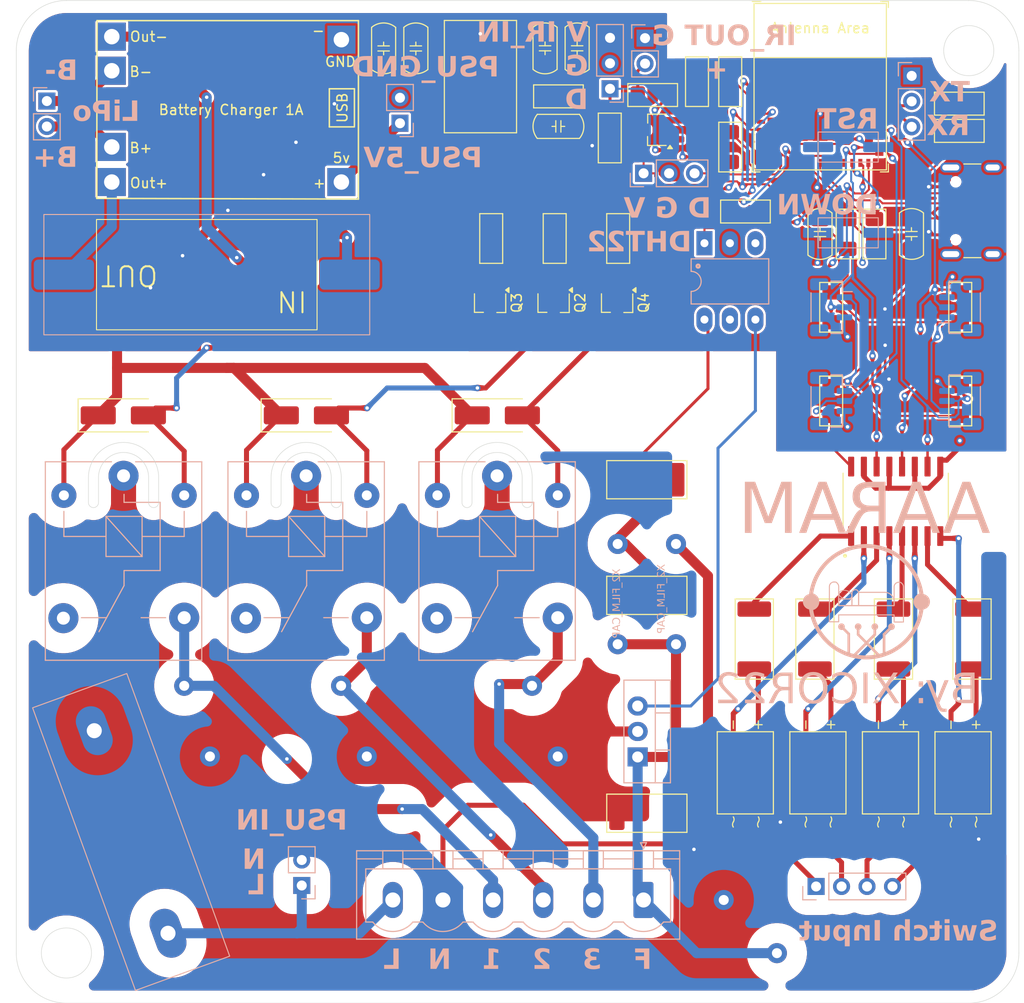
<source format=kicad_pcb>
(kicad_pcb (version 20241229) (generator "pcbnew") (generator_version "9.0")
  (layers (0 "F.Cu" signal) (2 "B.Cu" signal) (5 "F.SilkS" user "F.Silkscreen") (7 "B.SilkS" user "B.Silkscreen") (1 "F.Mask" user) (3 "B.Mask" user) (25 "Edge.Cuts" user))
  (net 0 "")
  (net 1 "AC_N")
  (net 2 "+5V")
  (net 3 "AC_L")
  (net 4 "LOAD_F")
  (net 5 "Net-(C1-Pad1)")
  (net 6 "Net-(J2-Pin_2)")
  (net 7 "Net-(C4-Pad1)")
  (net 8 "Net-(D1-A)")
  (net 9 "Net-(D2-A)")
  (net 10 "Net-(D3-A)")
  (net 11 "Net-(D8-+)")
  (net 12 "Net-(U1-EN{slash}CHIP_PU)")
  (net 13 "Net-(U1-GPIO8)")
  (net 14 "+3.3V")
  (net 15 "AC_IN_1")
  (net 16 "LOAD_1")
  (net 17 "LOAD_3")
  (net 18 "LOAD_2")
  (net 19 "Net-(D8--)")
  (net 20 "AC_IN_2")
  (net 21 "Net-(D9--)")
  (net 22 "AC_IN_3")
  (net 26 "Net-(OC1-Pad6)")
  (net 28 "Net-(OC1-Pad1)")
  (net 30 "Net-(Q1-G)")
  (net 31 "Net-(D10--)")
  (net 32 "Net-(Q2-B)")
  (net 33 "Net-(Q3-B)")
  (net 34 "Net-(Q4-B)")
  (net 35 "D2")
  (net 36 "D3")
  (net 37 "D1")
  (net 38 "T1_Pin")
  (net 39 "Net-(D11--)")
  (net 40 "Net-(J8-CC1)")
  (net 41 "Net-(J8-CC2)")
  (net 42 "AC_IN_4")
  (net 43 "AC_L_MAIN")
  (net 44 "Sensor 1")
  (net 45 "Net-(U1-GPIO13{slash}USB_D+)")
  (net 46 "PSU_5V")
  (net 48 "Net-(U5-A2)")
  (net 49 "Net-(J11-Pin_3)")
  (net 51 "Net-(J11-Pin_2)")
  (net 53 "Net-(U1-GPIO12{slash}USB_D-)")
  (net 55 "Net-(U5-A3)")
  (net 56 "Net-(U1-GPIO9)")
  (net 58 "GND")
  (net 60 "Net-(D9-+)")
  (net 61 "Net-(J10-Pin_1)")
  (net 65 "Net-(SW2-Pad1)")
  (net 66 "Net-(J9-Pin_2)")
  (net 67 "Net-(U5-A4)")
  (net 68 "Net-(J9-Pin_1)")
  (net 69 "Net-(D10-+)")
  (net 70 "Net-(D11-+)")
  (net 71 "Net-(U5-A1)")
  (net 72 "Net-(U4-B_OUT+)")
  (net 73 "Net-(U4-B_OUT-)")
  (net 77 "S1")
  (net 78 "S2")
  (net 79 "S3")
  (net 80 "S4")
  (net 83 "Net-(Q5-E)")
  (net 84 "Net-(Q5-B)")
  (net 85 "IR_IN")
  (net 86 "IR_OUT")
  (footprint "PCM_Package_TO_SOT_SMD_AKL:TO-252-2" (layer "F.Cu") (at 66.0064 27.1442 -90)
    (property "Reference" "U2" (hide yes))
    (property "Value" "AZ1117D-3.3TRE1" (hide yes))
  )
  (footprint "PCM_Capacitor_SMD_Handsoldering_AKL:C_1206_3216Metric_Pad1.42x1.75mm" (layer "F.Cu") (at 56.3476 24.3362 90)
    (property "Reference" "C6" (hide yes))
    (property "Value" "10uf" (hide yes))
  )
  (footprint "Diode_SMD:D_SMA_Handsoldering" (layer "F.Cu") (at 48.6443 60.9308)
    (property "Reference" "D2" (hide yes))
    (property "Value" "1N5819WT")
  )
  (footprint "PCM_Resistor_SMD_AKL:R_2512_6332Metric_Pad1.52x3.35mm_HandSolder" (layer "F.Cu") (at 115.0364 83.2426 -90)
    (property "Reference" "R19" (hide yes))
    (property "Value" "100K")
  )
  (footprint "PCM_Resistor_SMD_AKL:R_1206_3216Metric_Pad1.42x1.75mm_HandSolder" (layer "F.Cu") (at 73.4102 43.2915 90)
    (property "Reference" "R1" (hide yes))
    (property "Value" "1k")
  )
  (footprint "PCM_Resistor_SMD_AKL:R_1206_3216Metric_Pad1.42x1.75mm_HandSolder" (layer "F.Cu") (at 113.8588 59.497 90)
    (property "Reference" "R27" (hide yes))
    (property "Value" "10K")
  )
  (footprint "PCM_Resistor_SMD_AKL:R_1206_3216Metric_Pad1.42x1.75mm_HandSolder" (layer "F.Cu") (at 113.7664 29.8412 180)
    (property "Reference" "R14" (hide yes))
    (property "Value" "5.1k")
  )
  (footprint "PCM_Resistor_SMD_AKL:R_1206_3216Metric_Pad1.42x1.75mm_HandSolder" (layer "F.Cu") (at 90.9209 34.1731 90)
    (property "Reference" "R9" (hide yes))
    (property "Value" "1k")
  )
  (footprint "PCM_Resistor_SMD_AKL:R_1206_3216Metric_Pad1.42x1.75mm_HandSolder" (layer "F.Cu") (at 90.9209 27.6477 90)
    (property "Reference" "R8" (hide yes))
    (property "Value" "2k")
  )
  (footprint "PCM_Resistor_SMD_AKL:R_1206_3216Metric_Pad1.42x1.75mm_HandSolder" (layer "F.Cu") (at 79.7435 43.2915 90)
    (property "Reference" "R3" (hide yes))
    (property "Value" "1k")
  )
  (footprint "Xicor_Custom stuff:Mini_Boost" (layer "F.Cu") (at 38.7602 47.047)
    (property "Reference" "U3" (hide yes))
    (property "Value" "~" (hide yes))
  )
  (footprint "PCM_Resistor_SMD_AKL:R_2512_6332Metric_Pad1.52x3.35mm_HandSolder" (layer "F.Cu") (at 82.6024 100.6164 180)
    (property "Reference" "R5" (hide yes))
    (property "Value" "47")
  )
  (footprint "PCM_Resistor_SMD_AKL:R_1206_3216Metric_Pad1.42x1.75mm_HandSolder" (layer "F.Cu") (at 113.8588 50.1518 90)
    (property "Reference" "R20" (hide yes))
    (property "Value" "10K")
  )
  (footprint "PCM_Resistor_SMD_AKL:R_2512_6332Metric_Pad1.52x3.35mm_HandSolder" (layer "F.Cu") (at 93.3194 83.2426 -90)
    (property "Reference" "R23" (hide yes))
    (property "Value" "100K")
  )
  (footprint "Connector_USB:USB_C_Receptacle_GCT_USB4105-xx-A_16P_TopMnt_Horizontal" (layer "F.Cu") (at 116.0188 40.5296 90)
    (property "Reference" "J8" (hide yes))
    (property "Value" "USB_C_Receptacle_USB2.0_16P" (hide yes))
  )
  (footprint "PCM_Resistor_SMD_AKL:R_2512_6332Metric_Pad1.52x3.35mm_HandSolder" (layer "F.Cu") (at 99.3651 83.2426 -90)
    (property "Reference" "R15" (hide yes))
    (property "Value" "100K")
  )
  (footprint "PCM_Resistor_SMD_AKL:R_1206_3216Metric_Pad1.42x1.75mm_HandSolder" (layer "F.Cu") (at 100.9876 59.497 -90)
    (property "Reference" "R26" (hide yes))
    (property "Value" "10K")
  )
  (footprint "PCM_Capacitor_SMD_Handsoldering_AKL:C_1206_3216Metric_Pad1.42x1.75mm" (layer "F.Cu") (at 99.8726 42.8458 90)
    (property "Reference" "C19" (hide yes))
    (property "Value" "0.1uf" (hide yes))
  )
  (footprint "PCM_Espressif:ESP32-C6-MINI-1" (layer "F.Cu") (at 99.8944 28.1496)
    (property "Reference" "U1" (hide yes))
    (property "Value" "ESP32-C6-MINI-1/U" (hide yes))
  )
  (footprint "PCM_Resistor_SMD_AKL:R_1206_3216Metric_Pad1.42x1.75mm_HandSolder" (layer "F.Cu") (at 78.9041 33.263 90)
    (property "Reference" "R16" (hide yes))
    (property "Value" "10k")
  )
  (footprint "PCM_Diode_SMD_AKL:Diode_Bridge_MBS" (layer "F.Cu") (at 106.9024 96.5857 -90)
    (property "Reference" "D10" (hide yes))
    (property "Value" "MB6S" (hide yes))
  )
  (footprint "PCM_Diode_SMD_AKL:Diode_Bridge_MBS" (layer "F.Cu") (at 99.6634 96.5857 -90)
    (property "Reference" "D9" (hide yes))
    (property "Value" "MB6S" (hide yes))
  )
  (footprint "Xicor_Custom stuff:TP4056-18650" (layer "F.Cu") (at 53.8352 39.3592 180)
    (property "Reference" "U4" (hide yes))
    (property "Value" "~")
  )
  (footprint "PCM_Resistor_SMD_AKL:R_1206_3216Metric_Pad1.42x1.75mm_HandSolder" (layer "F.Cu") (at 100.9876 50.1544 -90)
    (property "Reference" "R25" (hide yes))
    (property "Value" "10K")
  )
  (footprint "Diode_SMD:D_SMA_Handsoldering" (layer "F.Cu") (at 67.6879 60.9308)
    (property "Reference" "D1" (hide yes))
    (property "Value" "1N5819WT")
  )
  (footprint "Xicor_Custom stuff:SOP127P780X200-16N" (layer "F.Cu") (at 107.4232 69.5054 90)
    (property "Reference" "U5" (hide yes))
    (property "Value" "TLP281-4GB_F_")
  )
  (footprint "Package_TO_SOT_SMD:TSOT-23_HandSoldering" (layer "F.Cu") (at 79.636 49.712 -90)
    (property "Reference" "Q4")
    (property "Value" "BC817-25" (hide yes))
  )
  (footprint "PCM_Capacitor_SMD_Handsoldering_AKL:C_1206_3216Metric_Pad1.42x1.75mm" (layer "F.Cu") (at 75.6504 24.3208 -90)
    (property "Reference" "C11" (hide yes))
    (property "Value" "10uf" (hide yes))
  )
  (footprint "PCM_Resistor_SMD_AKL:R_1206_3216Metric_Pad1.42x1.75mm_HandSolder" (layer "F.Cu") (at 87.6044 27.6477 90)
    (property "Reference" "R13" (hide yes))
    (property "Value" "50")
  )
  (footprint "PCM_Resistor_SMD_AKL:R_1206_3216Metric_Pad1.42x1.75mm_HandSolder" (layer "F.Cu") (at 105.3014 42.8381 90)
    (property "Reference" "R22" (hide yes))
    (property "Value" "10k" (hide yes))
  )
  (footprint "Package_TO_SOT_SMD:TSOT-23_HandSoldering" (layer "F.Cu") (at 66.9694 49.712 -90)
    (property "Reference" "Q3")
    (property "Value" "BC817-25" (hide yes))
  )
  (footprint "PCM_Diode_SMD_AKL:Diode_Bridge_MBS" (layer "F.Cu") (at 92.4244 96.5857 -90)
    (property "Reference" "D8" (hide yes))
    (property "Value" "MB6S" (hide yes))
  )
  (footprint "Diode_SMD:D_SMA_Handsoldering" (layer "F.Cu") (at 30.3858 60.9308)
    (property "Reference" "D3" (hide yes))
    (property "Value" "1N5819WT")
  )
  (footprint "PCM_Resistor_SMD_AKL:R_2512_6332Metric_Pad1.52x3.35mm_HandSolder" (layer "F.Cu") (at 107.2007 83.2426 -90)
    (property "Reference" "R17" (hide yes))
    (property "Value" "100K")
  )
  (footprint "PCM_Resistor_SMD_AKL:R_1206_3216Metric_Pad1.42x1.75mm_HandSolder" (layer "F.Cu") (at 102.6344 42.8381 -90)
    (property "Reference" "R21" (hide yes))
    (property "Value" "10k" (hide yes))
  )
  (footprint "PCM_Diode_SMD_AKL:Diode_Bridge_MBS" (layer "F.Cu") (at 114.1414 96.5857 -90)
    (property "Reference" "D11" (hide yes))
    (property "Value" "MB6S" (hide yes))
  )
  (footprint "PCM_Capacitor_SMD_Handsoldering_AKL:C_1206_3216Metric_Pad1.42x1.75mm" (layer "F.Cu") (at 108.9941 42.8458 90)
    (property "Reference" "C16" (hide yes))
    (property "Value" "1uf" (hide yes))
  )
  (footprint "PCM_Resistor_SMD_AKL:R_1206_3216Metric_Pad1.42x1.75mm_HandSolder" (layer "F.Cu") (at 113.7664 32.559)
    (property "Reference" "R12" (hide yes))
    (property "Value" "5.1k" (hide yes))
  )
  (footprint "Package_TO_SOT_SMD:TSOT-23_HandSoldering" (layer "F.Cu") (at 73.3027 49.712 -90)
    (property "Reference" "Q2")
    (property "Value" "BC817-25" (hide yes))
  )
  (footprint "PCM_Resistor_SMD_AKL:R_1206_3216Metric_Pad1.42x1.75mm_HandSolder" (layer "F.Cu") (at 73.7843 29.1145)
    (property "Reference" "R10" (hide yes))
    (property "Value" "10k")
  )
  (footprint "PCM_Resistor_SMD_AKL:R_2512_6332Metric_Pad1.52x3.35mm_HandSolder" (layer "F.Cu") (at 82.6024 78.8846)
    (property "Reference" "R7" (hide yes))
    (property "Value" "470")
  )
  (footprint "PCM_Capacitor_SMD_Handsoldering_AKL:C_1206_3216Metric_Pad1.42x1.75mm" (layer "F.Cu") (at 59.5628 24.3362 90)
    (property "Reference" "C7" (hide yes))
    (property "Value" "10uf" (hide yes))
  )
  (footprint "PCM_Resistor_SMD_AKL:R_1206_3216Metric_Pad1.42x1.75mm_HandSolder" (layer "F.Cu") (at 67.0769 43.2915 90)
    (property "Reference" "R2" (hide yes))
    (property "Value" "1k")
  )
  (footprint "PCM_Capacitor_SMD_Handsoldering_AKL:C_1206_3216Metric_Pad1.42x1.75mm" (layer "F.Cu") (at 72.45 24.3208 -90)
    (property "Reference" "C12" (hide yes))
    (property "Value" "10uf" (hide yes))
  )
  (footprint "PCM_Resistor_SMD_AKL:R_2512_6332Metric_Pad1.52x3.35mm_HandSolder" (layer "F.Cu") (at 82.6024 67.3496 180)
    (property "Reference" "R6" (hide yes))
    (property "Value" "390")
  )
  (footprint "PCM_Resistor_SMD_AKL:R_1206_3216Metric_Pad1.42x1.75mm_HandSolder" (layer "F.Cu") (at 83.1843 28.9812)
    (property "Reference" "R11" (hide yes))
    (property "Value" "30")
  )
  (footprint "PCM_Capacitor_SMD_Handsoldering_AKL:C_1206_3216Metric_Pad1.42x1.75mm" (layer "F.Cu") (at 73.7766 32.1117)
    (property "Reference" "C18" (hide yes))
    (property "Value" "0.1uf" (hide yes))
  )
  (footprint "Package_TO_SOT_SMD:TSOT-23_HandSoldering" (layer "F.Cu") (at 83.6328 32.4515 180)
    (property "Reference" "Q5" (hide yes))
    (property "Value" "BC817-25")
  )
  (footprint "PCM_Resistor_SMD_AKL:R_1206_3216Metric_Pad1.42x1.75mm_HandSolder" (layer "F.Cu") (at 92.4369 40.6 180)
    (property "Reference" "R4" (hide yes))
    (property "Value" "330")
  )
  (footprint "Xicor_Custom stuff:Varistor_10D431K" (layer "B.Cu") (at 36.4583 87.9056 -70)
    (property "Reference" "RV2" (hide yes))
    (property "Value" "Varistor" (hide yes))
  )
  (footprint "Xicor_Custom stuff:Varistor_10D431K" (layer "B.Cu") (at 52.1066 87.9056 -70)
    (property "Reference" "RV3" (hide yes))
    (property "Value" "Varistor" (hide yes))
  )
  (footprint "Connector_PinSocket_2.54mm:PinSocket_1x03_P2.54mm_Vertical" (layer "B.Cu") (at 78.9291 28.3592)
    (property "Reference" "J10" (hide yes))
    (property "Value" "Conn_01x03" (hide yes))
  )
  (footprint "Connector_JST:JST_SH_BM03B-SRSS-TB_1x03-1MP_P1.00mm_Vertical" (layer "B.Cu") (at 113.8588 59.497 90)
    (property "Reference" "Switch_4" (hide yes))
    (property "Value" "Conn_01x03_Socket")
  )
  (footprint "Connector_PinSocket_2.54mm:PinSocket_1x02_P2.54mm_Vertical" (layer "B.Cu") (at 48.1832 107.822)
    (property "Reference" "J6" (hide yes))
    (property "Value" "PSU_AC_IN")
  )
  (footprint "Connector_PinSocket_2.54mm:PinSocket_1x03_P2.54mm_Vertical" (layer "B.Cu") (at 82.28 36.79 -90)
    (property "Reference" "J1" (hide yes))
    (property "Value" "Conn_01x03")
  )
  (footprint "Connector_PinSocket_2.54mm:PinSocket_1x02_P2.54mm_Vertical" (layer "B.Cu") (at 22.7586 29.5818 180)
    (property "Reference" "J9" (hide yes))
    (property "Value" "Conn_01x02")
  )
  (footprint "Connector_PinSocket_2.54mm:PinSocket_1x02_P2.54mm_Vertical" (layer "B.Cu") (at 82.4228 23.3092 180)
    (property "Reference" "J2" (hide yes))
    (property "Value" "Conn_01x02")
  )
  (footprint "Package_TO_SOT_THT:TO-220-3_Vertical" (layer "B.Cu") (at 81.6862 95.0008 90)
    (property "Reference" "Q1" (hide yes))
    (property "Value" "BT136-600")
  )
  (footprint "Xicor_Custom stuff:Varistor_10D431K" (layer "B.Cu") (at 90.2714 109.267 -45)
    (property "Reference" "RV4" (hide yes))
    (property "Value" "Varistor" (hide yes))
  )
  (footprint "Connector_JST:JST_SH_BM03B-SRSS-TB_1x03-1MP_P1.00mm_Vertical" (layer "B.Cu") (at 113.8588 50.1518 90)
    (property "Reference" "Switch_3" (hide yes))
    (property "Value" "Conn_01x03_Socket")
  )
  (footprint "Xicor_Custom stuff:SMD Tactile switch" (layer "B.Cu") (at 38.7102 46.897)
    (property "Reference" "SW2" (hide yes))
    (property "Value" "SW_Push" (hide yes))
  )
  (footprint "Connector_PinSocket_2.54mm:PinSocket_1x02_P2.54mm_Vertical" (layer "B.Cu") (at 57.9802 31.7967)
    (property "Reference" "J5" (hide yes))
    (property "Value" "PSU_5V_OUT")
  )
  (footprint "Connector_JST:JST_SH_BM03B-SRSS-TB_1x03-1MP_P1.00mm_Vertical" (layer "B.Cu") (at 100.9876 59.497 -90)
    (property "Reference" "Switch_1" (hide yes))
    (property "Value" "Conn_01x03_Socket")
  )
  (footprint "Xicor_Custom stuff:Tactile switch 6x3" (layer "B.Cu") (at 105.7335 44.2531 180)
    (property "Reference" "SW4" (hide yes))
    (property "Value" "SW_Push" (hide yes))
  )
  (footprint "Xicor_Custom stuff:Tactile switch 6x3" (layer "B.Cu") (at 105.7335 35.7031 180)
    (property "Reference" "SW1" (hide yes))
    (property "Value" "SW_Push" (hide yes))
  )
  (footprint "PCM_Package_DIP_AKL:DIP-6_W7.62mm_LongPads" (layer "B.Cu") (at 88.3484 43.7604 -90)
    (property "Reference" "OC1" (hide yes))
    (property "Value" "MOC3021M" (hide yes))
  )
  (footprint "Connector_PinSocket_2.54mm:PinSocket_1x04_P2.54mm_Vertical" (layer "B.Cu") (at 99.4829 107.9204 -90)
    (property "Reference" "J4" (hide yes))
    (property "Value" "SWITCH_IN")
  )
  (footprint "Xicor_Custom stuff:BLX-A" (layer "B.Cu") (at 31.1656 102.4852 -70)
    (property "Reference" "F1" (hide yes))
    (property "Value" "Fuse")
  )
  (footprint "Xicor_Custom stuff:1x06_P5.00mm_D1.50mm" (layer "B.Cu") (at 82.2651 109.267 180)
    (property "Reference" "J3" (hide yes))
    (property "Value" "AC_OUT")
  )
  (footprint "Connector_PinSocket_2.54mm:PinSocket_1x03_P2.54mm_Vertical" (layer "B.Cu") (at 109.0172 27.0726 180)
    (property "Reference" "J11" (hide yes))
    (property "Value" "Conn_01x03")
  )
  (footprint "Xicor_Custom stuff:Varistor_10D431K" (layer "B.Cu") (at 71.1502 87.9056 -70)
    (property "Reference" "RV1" (hide yes))
    (property "Value" "Varistor" (hide yes))
  )
  (footprint "Xicor_Custom stuff:Axial_Capacitor_P10mm_W4.5mm" (layer "B.Cu") (at 79.6941 73.7596 -90)
    (property "Reference" "C1" (hide yes))
    (property "Value" "CP_Axial_L10.0mm_D4.5mm_P15.00mm" (hide yes))
  )
  (footprint "Connector_JST:JST_SH_BM03B-SRSS-TB_1x03-1MP_P1.00mm_Vertical" (layer "B.Cu") (at 100.9876 50.1544 -90)
    (property "Reference" "Switch_2" (hide yes))
    (property "Value" "Conn_01x03_Socket")
  )
  (footprint "Xicor_Custom stuff:Axial_Capacitor_P10mm_W4.5mm" (layer "B.Cu") (at 85.5107 73.7596 -90)
    (property "Reference" "C4" (hide yes))
    (property "Value" "CP_Axial_L10.0mm_D4.5mm_P15.00mm" (hide yes))
  )
  (footprint "Relay_THT:Relay_SPDT_SANYOU_SRD_Series_Form_C" (layer "B.Cu") (at 30.4083 66.9596 -90)
    (property "Reference" "K2" (hide yes))
    (property "Value" "10A cube relay")
  )
  (footprint "Relay_THT:Relay_SPDT_SANYOU_SRD_Series_Form_C" (layer "B.Cu") (at 67.6654 66.9596 -90)
    (property "Reference" "K1" (hide yes))
    (property "Value" "10A cube relay")
  )
  (footprint "Relay_THT:Relay_SPDT_SANYOU_SRD_Series_Form_C" (layer "B.Cu") (at 48.6218 66.9596 -90)
    (property "Reference" "K3" (hide yes))
    (property "Value" "10A cube relay")
  )
  (gr_poly (pts (xy 99.005005 78.861748) (xy 99.037548 78.865385) (xy 99.069581 78.870572) (xy 99.101067 78.877271) (xy 99.131968 78.885442) (xy 99.162246 78.895048) (xy 99.191863 78.906048) (xy 99.220781 78.918405) (xy 99.248963 78.93208) (xy 99.27637 78.947034) (xy 99.302966 78.963228) (xy 99.328712 78.980624) (xy 99.353571 78.999182) (xy 99.377504 79.018864) (xy 99.400474 79.039632) (xy 99.422443 79.061446) (xy 99.443373 79.084267) (xy 99.463227 79.108058) (xy 99.481967 79.132779) (xy 99.499554 79.158391) (xy 99.515952 79.184855) (xy 99.531122 79.212134) (xy 99.545027 79.240188) (xy 99.557628 79.268978) (xy 99.568889 79.298466) (xy 99.578771 79.328613) (xy 99.587236 79.35938) (xy 99.594246 79.390728) (xy 99.599765 79.422619) (xy 99.603754 79.455013) (xy 99.606174 79.487873) (xy 99.60699 79.521159) (xy 99.606167 79.554445) (xy 99.603724 79.587305) (xy 99.599702 79.6197) (xy 99.594138 79.651591) (xy 99.587072 79.682939) (xy 99.578544 79.713706) (xy 99.568592 79.743853) (xy 99.557256 79.77334) (xy 99.544576 79.802131) (xy 99.530589 79.830184) (xy 99.515337 79.857463) (xy 99.498857 79.883928) (xy 99.481189 79.90954) (xy 99.462373 79.934261) (xy 99.442447 79.958051) (xy 99.421451 79.980873) (xy 99.399424 80.002687) (xy 99.376405 80.023454) (xy 99.352434 80.043136) (xy 99.327549 80.061695) (xy 99.301791 80.07909) (xy 99.275198 80.095284) (xy 99.247809 80.110238) (xy 99.219665 80.123913) (xy 99.190803 80.13627) (xy 99.161263 80.147271) (xy 99.131085 80.156876) (xy 99.100308 80.165047) (xy 99.06897 80.171746) (xy 99.037112 80.176933) (xy 99.004772 80.18057) (xy 98.97199 80.182617) (xy 98.945531 80.182617) (xy 98.911509 80.181756) (xy 98.877932 80.1792) (xy 98.844841 80.174991) (xy 98.812279 80.169171) (xy 98.780286 80.161781) (xy 98.748904 80.152863) (xy 98.718175 80.142459) (xy 98.688141 80.13061) (xy 98.658844 80.117358) (xy 98.630325 80.102745) (xy 98.602625 80.086812) (xy 98.575787 80.069601) (xy 98.549851 80.051153) (xy 98.524861 80.031511) (xy 98.500857 80.010716) (xy 98.47788 79.98881) (xy 98.455974 79.965834) (xy 98.435179 79.94183) (xy 98.415537 79.916839) (xy 98.397089 79.890904) (xy 98.379878 79.864066) (xy 98.363946 79.836366) (xy 98.349332 79.807846) (xy 98.33608 79.778549) (xy 98.324231 79.748515) (xy 98.313827 79.717787) (xy 98.304909 79.686405) (xy 98.297519 79.654412) (xy 98.291699 79.621849) (xy 98.28749 79.588758) (xy 98.284934 79.555181) (xy 98.284073 79.521159) (xy 98.284934 79.487137) (xy 98.28749 79.45356) (xy 98.291699 79.420469) (xy 98.297519 79.387907) (xy 98.304909 79.355914) (xy 98.313827 79.324532) (xy 98.324231 79.293803) (xy 98.33608 79.26377) (xy 98.349332 79.234472) (xy 98.363946 79.205953) (xy 98.379878 79.178253) (xy 98.397089 79.151415) (xy 98.415537 79.125479) (xy 98.435179 79.100489) (xy 98.455974 79.076485) (xy 98.47788 79.053508) (xy 98.500857 79.031602) (xy 98.524861 79.010807) (xy 98.549851 78.991165) (xy 98.575787 78.972717) (xy 98.602625 78.955506) (xy 98.630325 78.939573) (xy 98.658844 78.92496) (xy 98.688141 78.911708) (xy 98.718175 78.899859) (xy 98.748904 78.889455) (xy 98.780286 78.880537) (xy 98.812279 78.873147) (xy 98.844841 78.867327) (xy 98.877932 78.863118) (xy 98.911509 78.860562) (xy 98.945531 78.859701) (xy 98.97199 78.859701)) (stroke (width 0.238124) (color 35 31 32 1)) (fill yes) (layer "B.SilkS"))
  (gr_line (start 103.676281 82.788763) (end 105.782365 84.910722) (stroke (width 0.264583) (color 35 31 32 1)) (layer "B.SilkS"))
  (gr_poly (pts (xy 103.059802 79.904805) (xy 101.736885 79.904805) (xy 101.736885 79.243346) (xy 103.059802 79.243346)) (stroke (width 0.105833) (color 35 31 32 1)) (fill no) (layer "B.SilkS"))
  (gr_line (start 106.988864 82.042638) (end 106.26126 82.767596) (stroke (width 0.264583) (color 35 31 32 1)) (layer "B.SilkS"))
  (gr_line (start 106.26126 82.767596) (end 106.26126 84.826054) (stroke (width 0.264583) (color 35 31 32 1)) (layer "B.SilkS"))
  (gr_line (start 102.014698 82.008242) (end 102.742302 82.735847) (stroke (width 0.264583) (color 35 31 32 1)) (layer "B.SilkS"))
  (gr_poly (pts (xy 103.699931 81.744478) (xy 103.712826 81.745933) (xy 103.725534 81.748008) (xy 103.73804 81.750687) (xy 103.750326 81.753956) (xy 103.762377 81.757798) (xy 103.774178 81.762198) (xy 103.785711 81.767141) (xy 103.796962 81.772611) (xy 103.807913 81.778593) (xy 103.81855 81.78507) (xy 103.828856 81.792028) (xy 103.838815 81.799452) (xy 103.848411 81.807325) (xy 103.857628 81.815632) (xy 103.86645 81.824357) (xy 103.874862 81.833486) (xy 103.882847 81.843002) (xy 103.890389 81.85289) (xy 103.897472 81.863135) (xy 103.90408 81.873721) (xy 103.910198 81.884633) (xy 103.915809 81.895854) (xy 103.920897 81.90737) (xy 103.925446 81.919165) (xy 103.929441 81.931224) (xy 103.932865 81.943531) (xy 103.935702 81.95607) (xy 103.937937 81.968826) (xy 103.939553 81.981784) (xy 103.940534 81.994928) (xy 103.940864 82.008242) (xy 103.940534 82.021556) (xy 103.939553 82.0347) (xy 103.937937 82.047658) (xy 103.935702 82.060415) (xy 103.932865 82.072954) (xy 103.929441 82.085261) (xy 103.925446 82.097319) (xy 103.920897 82.109114) (xy 103.915809 82.120631) (xy 103.910198 82.131852) (xy 103.90408 82.142764) (xy 103.897472 82.153349) (xy 103.890389 82.163594) (xy 103.882847 82.173483) (xy 103.874862 82.182999) (xy 103.86645 82.192127) (xy 103.857628 82.200853) (xy 103.848411 82.20916) (xy 103.838815 82.217033) (xy 103.828856 82.224456) (xy 103.81855 82.231415) (xy 103.807913 82.237892) (xy 103.796962 82.243874) (xy 103.785711 82.249344) (xy 103.774178 82.254287) (xy 103.762377 82.258687) (xy 103.750326 82.262529) (xy 103.73804 82.265798) (xy 103.725534 82.268477) (xy 103.712826 82.270552) (xy 103.699931 82.272007) (xy 103.686864 82.272826) (xy 103.676281 82.272826) (xy 103.662719 82.27248) (xy 103.649329 82.271453) (xy 103.636127 82.269763) (xy 103.623132 82.267425) (xy 103.610359 82.264458) (xy 103.597827 82.260879) (xy 103.585551 82.256703) (xy 103.573549 82.251948) (xy 103.561837 82.246632) (xy 103.550433 82.24077) (xy 103.539354 82.23438) (xy 103.528616 82.227479) (xy 103.518237 82.220084) (xy 103.508233 82.212212) (xy 103.498621 82.20388) (xy 103.489419 82.195104) (xy 103.480644 82.185902) (xy 103.472311 82.176291) (xy 103.464439 82.166287) (xy 103.457044 82.155907) (xy 103.450143 82.14517) (xy 103.443754 82.13409) (xy 103.437892 82.122686) (xy 103.432575 82.110975) (xy 103.427821 82.098973) (xy 103.423645 82.086697) (xy 103.420065 82.074164) (xy 103.417098 82.061391) (xy 103.414761 82.048396) (xy 103.413071 82.035195) (xy 103.412044 82.021804) (xy 103.411698 82.008242) (xy 103.412044 81.99468) (xy 103.413071 81.98129) (xy 103.414761 81.968088) (xy 103.417098 81.955093) (xy 103.420065 81.94232) (xy 103.423645 81.929788) (xy 103.427821 81.917512) (xy 103.432575 81.905509) (xy 103.437892 81.893798) (xy 103.443754 81.882394) (xy 103.450143 81.871315) (xy 103.457044 81.860577) (xy 103.464439 81.850198) (xy 103.472311 81.840194) (xy 103.480644 81.830582) (xy 103.489419 81.82138) (xy 103.498621 81.812605) (xy 103.508233 81.804272) (xy 103.518237 81.7964) (xy 103.528616 81.789005) (xy 103.539354 81.782104) (xy 103.550433 81.775715) (xy 103.561837 81.769853) (xy 103.573549 81.764536) (xy 103.585551 81.759782) (xy 103.597827 81.755606) (xy 103.610359 81.752026) (xy 103.623132 81.749059) (xy 103.636127 81.746722) (xy 103.649329 81.745032) (xy 103.662719 81.744005) (xy 103.676281 81.743659) (xy 103.686864 81.743659)) (stroke (width 0.132291) (color 35 31 32 1)) (fill yes) (layer "B.SilkS"))
  (gr_poly (pts (xy 101.318913 77.550628) (xy 101.358175 77.552447) (xy 101.392189 77.555437) (xy 101.421494 77.559563) (xy 101.446629 77.56479) (xy 101.468132 77.571082) (xy 101.486542 77.578405) (xy 101.502398 77.586724) (xy 101.516239 77.596005) (xy 101.528603 77.606212) (xy 101.54003 77.61731) (xy 101.551057 77.629264) (xy 101.574068 77.655604) (xy 101.58713 77.669919) (xy 101.601948 77.684951) (xy 101.617416 77.701164) (xy 101.632054 77.718039) (xy 101.64584 77.735558) (xy 101.65875 77.753701) (xy 101.670761 77.772449) (xy 101.68185 77.791782) (xy 101.691993 77.81168) (xy 101.701167 77.832126) (xy 101.709348 77.853098) (xy 101.716514 77.874578) (xy 101.722642 77.896546) (xy 101.727708 77.918983) (xy 101.731688 77.94187) (xy 101.73456 77.965187) (xy 101.7363 77.988915) (xy 101.736885 78.013034) (xy 101.736885 79.904805) (xy 107.266677 79.904805) (xy 107.266677 78.039492) (xy 107.267277 78.015584) (xy 107.269057 77.991999) (xy 107.27199 77.968765) (xy 107.276046 77.945912) (xy 107.281197 77.923467) (xy 107.287414 77.90146) (xy 107.294669 77.879919) (xy 107.302933 77.858873) (xy 107.312178 77.83835) (xy 107.322374 77.818379) (xy 107.333494 77.798988) (xy 107.345509 77.780206) (xy 107.35839 77.762062) (xy 107.372109 77.744584) (xy 107.386637 77.7278) (xy 107.401945 77.71174) (xy 107.418005 77.696432) (xy 107.434788 77.681904) (xy 107.452267 77.668185) (xy 107.470411 77.655304) (xy 107.489193 77.643289) (xy 107.508584 77.632169) (xy 107.528555 77.621973) (xy 107.549078 77.612728) (xy 107.570124 77.604464) (xy 107.591665 77.597209) (xy 107.613672 77.590992) (xy 107.636116 77.585841) (xy 107.65897 77.581785) (xy 107.682203 77.578852) (xy 107.705789 77.577072) (xy 107.729697 77.576472) (xy 107.774746 77.577086) (xy 107.814008 77.578906) (xy 107.848022 77.581896) (xy 107.877327 77.586022) (xy 107.902462 77.591248) (xy 107.923965 77.59754) (xy 107.942376 77.604863) (xy 107.958232 77.613183) (xy 107.972073 77.622463) (xy 107.984437 77.63267) (xy 107.995863 77.643768) (xy 108.00689 77.655723) (xy 108.029902 77.682062) (xy 108.042964 77.696377) (xy 108.057781 77.711409) (xy 108.073249 77.727622) (xy 108.087888 77.744498) (xy 108.101674 77.762017) (xy 108.114584 77.78016) (xy 108.126595 77.798907) (xy 108.137683 77.81824) (xy 108.147826 77.838139) (xy 108.157 77.858584) (xy 108.165181 77.879556) (xy 108.172348 77.901036) (xy 108.178475 77.923004) (xy 108.183541 77.945441) (xy 108.187521 77.968328) (xy 108.190393 77.991645) (xy 108.192133 78.015373) (xy 108.192718 78.039492) (xy 108.192718 81.545222) (xy 107.266677 81.545222) (xy 107.266677 80.830846) (xy 101.736885 80.830846) (xy 101.736885 81.518763) (xy 100.810844 81.518763) (xy 100.810844 78.013034) (xy 100.811444 77.989126) (xy 100.813224 77.96554) (xy 100.816157 77.942307) (xy 100.820213 77.919453) (xy 100.825364 77.897009) (xy 100.831581 77.875002) (xy 100.838836 77.853461) (xy 100.8471 77.832415) (xy 100.856345 77.811892) (xy 100.866541 77.79192) (xy 100.877661 77.77253) (xy 100.889676 77.753748) (xy 100.902557 77.735603) (xy 100.916276 77.718125) (xy 100.930804 77.701342) (xy 100.946112 77.685282) (xy 100.962172 77.669973) (xy 100.978956 77.655446) (xy 100.996434 77.641727) (xy 101.014578 77.628846) (xy 101.03336 77.616831) (xy 101.052751 77.605711) (xy 101.072722 77.595514) (xy 101.093245 77.58627) (xy 101.114292 77.578005) (xy 101.135832 77.57075) (xy 101.157839 77.564533) (xy 101.180284 77.559382) (xy 101.203137 77.555326) (xy 101.226371 77.552394) (xy 101.249956 77.550613) (xy 101.273865 77.550013)) (stroke (width 0.105833) (color 35 31 32 1)) (fill no) (layer "B.SilkS"))
  (gr_poly (pts (xy 102.038347 81.744478) (xy 102.051243 81.745933) (xy 102.063951 81.748008) (xy 102.076456 81.750687) (xy 102.088743 81.753956) (xy 102.100794 81.757798) (xy 102.112594 81.762198) (xy 102.124128 81.767141) (xy 102.135378 81.772611) (xy 102.14633 81.778593) (xy 102.156967 81.78507) (xy 102.167272 81.792028) (xy 102.177231 81.799452) (xy 102.186828 81.807325) (xy 102.196045 81.815632) (xy 102.204867 81.824357) (xy 102.213279 81.833486) (xy 102.221263 81.843002) (xy 102.228805 81.85289) (xy 102.235888 81.863135) (xy 102.242497 81.873721) (xy 102.248614 81.884633) (xy 102.254225 81.895854) (xy 102.259313 81.90737) (xy 102.263863 81.919165) (xy 102.267857 81.931224) (xy 102.271281 81.943531) (xy 102.274119 81.95607) (xy 102.276353 81.968826) (xy 102.277969 81.981784) (xy 102.27895 81.994928) (xy 102.279281 82.008242) (xy 102.27895 82.021556) (xy 102.277969 82.0347) (xy 102.276353 82.047658) (xy 102.274119 82.060415) (xy 102.271281 82.072954) (xy 102.267857 82.085261) (xy 102.263863 82.097319) (xy 102.259313 82.109114) (xy 102.254225 82.120631) (xy 102.248614 82.131852) (xy 102.242497 82.142764) (xy 102.235888 82.153349) (xy 102.228805 82.163594) (xy 102.221263 82.173483) (xy 102.213279 82.182999) (xy 102.204867 82.192127) (xy 102.196045 82.200853) (xy 102.186828 82.20916) (xy 102.177231 82.217033) (xy 102.167272 82.224456) (xy 102.156967 82.231415) (xy 102.14633 82.237892) (xy 102.135378 82.243874) (xy 102.124128 82.249344) (xy 102.112594 82.254287) (xy 102.100794 82.258687) (xy 102.088743 82.262529) (xy 102.076456 82.265798) (xy 102.063951 82.268477) (xy 102.051243 82.270552) (xy 102.038347 82.272007) (xy 102.025281 82.272826) (xy 102.014698 82.272826) (xy 102.001136 82.27248) (xy 101.987745 82.271453) (xy 101.974544 82.269763) (xy 101.961549 82.267425) (xy 101.948776 82.264458) (xy 101.936243 82.260879) (xy 101.923967 82.256703) (xy 101.911965 82.251948) (xy 101.900254 82.246632) (xy 101.88885 82.24077) (xy 101.87777 82.23438) (xy 101.867033 82.227479) (xy 101.856653 82.220084) (xy 101.846649 82.212212) (xy 101.837038 82.20388) (xy 101.827836 82.195104) (xy 101.81906 82.185902) (xy 101.810728 82.176291) (xy 101.802856 82.166287) (xy 101.795461 82.155907) (xy 101.78856 82.14517) (xy 101.78217 82.13409) (xy 101.776309 82.122686) (xy 101.770992 82.110975) (xy 101.766237 82.098973) (xy 101.762062 82.086697) (xy 101.758482 82.074164) (xy 101.755515 82.061391) (xy 101.753178 82.048396) (xy 101.751487 82.035195) (xy 101.750461 82.021804) (xy 101.750115 82.008242) (xy 101.750461 81.99468) (xy 101.751487 81.98129) (xy 101.753178 81.968088) (xy 101.755515 81.955093) (xy 101.758482 81.94232) (xy 101.762062 81.929788) (xy 101.766237 81.917512) (xy 101.770992 81.905509) (xy 101.776309 81.893798) (xy 101.78217 81.882394) (xy 101.78856 81.871315) (xy 101.795461 81.860577) (xy 101.802856 81.850198) (xy 101.810728 81.840194) (xy 101.81906 81.830582) (xy 101.827836 81.82138) (xy 101.837038 81.812605) (xy 101.846649 81.804272) (xy 101.856653 81.7964) (xy 101.867033 81.789005) (xy 101.87777 81.782104) (xy 101.88885 81.775715) (xy 101.900254 81.769853) (xy 101.911965 81.764536) (xy 101.923967 81.759782) (xy 101.936243 81.755606) (xy 101.948776 81.752026) (xy 101.961549 81.749059) (xy 101.974544 81.746722) (xy 101.987745 81.745032) (xy 102.001136 81.744005) (xy 102.014698 81.743659) (xy 102.025281 81.743659)) (stroke (width 0.132291) (color 35 31 32 1)) (fill yes) (layer "B.SilkS"))
  (gr_line (start 105.34051 82.008242) (end 105.34051 82.788763) (stroke (width 0.264583) (color 35 31 32 1)) (layer "B.SilkS"))
  (gr_poly (pts (xy 105.36416 81.744478) (xy 105.377056 81.745933) (xy 105.389764 81.748008) (xy 105.402269 81.750687) (xy 105.414555 81.753956) (xy 105.426607 81.757798) (xy 105.438407 81.762198) (xy 105.449941 81.767141) (xy 105.461191 81.772611) (xy 105.472143 81.778593) (xy 105.482779 81.78507) (xy 105.493085 81.792028) (xy 105.503044 81.799452) (xy 105.51264 81.807325) (xy 105.521857 81.815632) (xy 105.53068 81.824357) (xy 105.539091 81.833486) (xy 105.547076 81.843002) (xy 105.554618 81.85289) (xy 105.561701 81.863135) (xy 105.56831 81.873721) (xy 105.574427 81.884633) (xy 105.580038 81.895854) (xy 105.585126 81.90737) (xy 105.589676 81.919165) (xy 105.59367 81.931224) (xy 105.597094 81.943531) (xy 105.599932 81.95607) (xy 105.602166 81.968826) (xy 105.603782 81.981784) (xy 105.604763 81.994928) (xy 105.605094 82.008242) (xy 105.604763 82.021556) (xy 105.603782 82.0347) (xy 105.602166 82.047658) (xy 105.599932 82.060415) (xy 105.597094 82.072954) (xy 105.59367 82.085261) (xy 105.589676 82.097319) (xy 105.585126 82.109114) (xy 105.580038 82.120631) (xy 105.574427 82.131852) (xy 105.56831 82.142764) (xy 105.561701 82.153349) (xy 105.554618 82.163594) (xy 105.547076 82.173483) (xy 105.539092 82.182999) (xy 105.53068 82.192127) (xy 105.521858 82.200853) (xy 105.512641 82.20916) (xy 105.503045 82.217033) (xy 105.493086 82.224456) (xy 105.48278 82.231415) (xy 105.472143 82.237892) (xy 105.461191 82.243874) (xy 105.449941 82.249344) (xy 105.438407 82.254287) (xy 105.426607 82.258687) (xy 105.414556 82.262529) (xy 105.402269 82.265798) (xy 105.389764 82.268477) (xy 105.377056 82.270552) (xy 105.36416 82.272007) (xy 105.351094 82.272826) (xy 105.34051 82.272826) (xy 105.326948 82.27248) (xy 105.313558 82.271453) (xy 105.300357 82.269763) (xy 105.287361 82.267425) (xy 105.274589 82.264458) (xy 105.262056 82.260879) (xy 105.24978 82.256703) (xy 105.237778 82.251948) (xy 105.226066 82.246632) (xy 105.214662 82.24077) (xy 105.203583 82.23438) (xy 105.192845 82.227479) (xy 105.182466 82.220084) (xy 105.172462 82.212212) (xy 105.162851 82.20388) (xy 105.153649 82.195104) (xy 105.144873 82.185902) (xy 105.136541 82.176291) (xy 105.128668 82.166287) (xy 105.121274 82.155907) (xy 105.114373 82.14517) (xy 105.107983 82.13409) (xy 105.102121 82.122686) (xy 105.096805 82.110975) (xy 105.09205 82.098973) (xy 105.087875 82.086697) (xy 105.084295 82.074164) (xy 105.081328 82.061391) (xy 105.078991 82.048396) (xy 105.0773 82.035195) (xy 105.076274 82.021804) (xy 105.075928 82.008242) (xy 105.076274 81.99468) (xy 105.0773 81.98129) (xy 105.078991 81.968088) (xy 105.081328 81.955093) (xy 105.084295 81.94232) (xy 105.087875 81.929788) (xy 105.09205 81.917512) (xy 105.096805 81.905509) (xy 105.102121 81.893798) (xy 105.107983 81.882394) (xy 105.114373 81.871315) (xy 105.121274 81.860577) (xy 105.128668 81.850198) (xy 105.136541 81.840194) (xy 105.144873 81.830582) (xy 105.153649 81.82138) (xy 105.162851 81.812605) (xy 105.172462 81.804272) (xy 105.182466 81.7964) (xy 105.192845 81.789005) (xy 105.203583 81.782104) (xy 105.214662 81.775715) (xy 105.226066 81.769853) (xy 105.237778 81.764536) (xy 105.24978 81.759782) (xy 105.262056 81.755606) (xy 105.274589 81.752026) (xy 105.287361 81.749059) (xy 105.300357 81.746722) (xy 105.313558 81.745032) (xy 105.326948 81.744005) (xy 105.34051 81.743659) (xy 105.351094 81.743659)) (stroke (width 0.132291) (color 35 31 32 1)) (fill yes) (layer "B.SilkS"))
  (gr_poly (pts (xy 102.296531 78.378756) (xy 102.327444 78.380235) (xy 102.358736 78.382787) (xy 102.390361 78.386429) (xy 102.422272 78.391173) (xy 102.454424 78.397036) (xy 102.48677 78.404032) (xy 102.519263 78.412175) (xy 102.582985 78.431484) (xy 102.643769 78.454329) (xy 102.701354 78.480424) (xy 102.755478 78.50948) (xy 102.805879 78.541209) (xy 102.852295 78.575325) (xy 102.894466 78.611539) (xy 102.932129 78.649563) (xy 102.949188 78.669165) (xy 102.965022 78.689111) (xy 102.979599 78.709366) (xy 102.992885 78.729895) (xy 103.004848 78.75066) (xy 103.015456 78.771626) (xy 103.024674 78.792757) (xy 103.032472 78.814017) (xy 103.038815 78.83537) (xy 103.043672 78.856781) (xy 103.04701 78.878213) (xy 103.048795 78.89963) (xy 103.048996 78.920996) (xy 103.047579 78.942276) (xy 103.044513 78.963433) (xy 103.039763 78.984431) (xy 103.033377 79.004992) (xy 103.025454 79.024848) (xy 103.016041 79.043985) (xy 103.005184 79.062388) (xy 102.99293 79.080043) (xy 102.979323 79.096935) (xy 102.964412 79.113049) (xy 102.948241 79.12837) (xy 102.930859 79.142883) (xy 102.912309 79.156574) (xy 102.89264 79.169427) (xy 102.871897 79.181429) (xy 102.850127 79.192563) (xy 102.827376 79.202817) (xy 102.80369 79.212173) (xy 102.779115 79.220619) (xy 102.753698 79.228139) (xy 102.727486 79.234718) (xy 102.700523 79.240342) (xy 102.672858 79.244995) (xy 102.644535 79.248663) (xy 102.615602 79.251332) (xy 102.586105 79.252985) (xy 102.556089 79.25361) (xy 102.525602 79.25319) (xy 102.494689 79.251711) (xy 102.463397 79.249158) (xy 102.431772 79.245517) (xy 102.39986 79.240772) (xy 102.367708 79.234909) (xy 102.335363 79.227914) (xy 102.302869 79.21977) (xy 102.239147 79.200461) (xy 102.178363 79.177616) (xy 102.120778 79.151522) (xy 102.066654 79.122466) (xy 102.016253 79.090736) (xy 101.969837 79.056621) (xy 101.927666 79.020407) (xy 101.890003 78.982382) (xy 101.872944 78.96278) (xy 101.857109 78.942834) (xy 101.842533 78.922579) (xy 101.829246 78.902051) (xy 101.817283 78.881286) (xy 101.806676 78.860319) (xy 101.797457 78.839188) (xy 101.78966 78.817928) (xy 101.783316 78.796575) (xy 101.778459 78.775164) (xy 101.775122 78.753732) (xy 101.773336 78.732315) (xy 101.773135 78.710949) (xy 101.774552 78.689669) (xy 101.777619 78.668512) (xy 101.782369 78.647514) (xy 101.788755 78.626953) (xy 101.796677 78.607097) (xy 101.80609 78.58796) (xy 101.816947 78.569557) (xy 101.829202 78.551902) (xy 101.842808 78.53501) (xy 101.85772 78.518897) (xy 101.87389 78.503576) (xy 101.891273 78.489063) (xy 101.909822 78.475372) (xy 101.929492 78.462519) (xy 101.950234 78.450517) (xy 101.972005 78.439382) (xy 101.994756 78.429129) (xy 102.018442 78.419772) (xy 102.043017 78.411326) (xy 102.068434 78.403807) (xy 102.094646 78.397228) (xy 102.121609 78.391604) (xy 102.149274 78.386951) (xy 102.177597 78.383282) (xy 102.20653 78.380614) (xy 102.236028 78.37896) (xy 102.266043 78.378336)) (stroke (width 0.079374) (color 35 31 32 1)) (fill no) (layer "B.SilkS"))
  (gr_poly (pts (xy 104.753706 73.968488) (xy 105.015681 73.986976) (xy 105.274195 74.017448) (xy 105.528969 74.059627) (xy 105.779722 74.113233) (xy 106.026173 74.177989) (xy 106.268042 74.253614) (xy 106.505049 74.339832) (xy 106.736912 74.436363) (xy 106.963352 74.542929) (xy 107.184088 74.659251) (xy 107.398839 74.78505) (xy 107.607325 74.920049) (xy 107.809266 75.063968) (xy 108.00438 75.216529) (xy 108.192388 75.377453) (xy 108.373008 75.546463) (xy 108.545961 75.723278) (xy 108.710966 75.907621) (xy 108.867742 76.099213) (xy 109.016009 76.297775) (xy 109.155486 76.50303) (xy 109.285893 76.714698) (xy 109.406949 76.9325) (xy 109.518374 77.156159) (xy 109.619888 77.385396) (xy 109.711209 77.619932) (xy 109.792057 77.859488) (xy 109.862152 78.103786) (xy 109.921214 78.352547) (xy 109.968961 78.605494) (xy 110.005114 78.862346) (xy 109.973339 78.86558) (xy 109.942033 78.870297) (xy 109.911232 78.876461) (xy 109.880972 78.884035) (xy 109.851287 78.892983) (xy 109.822213 78.903268) (xy 109.793785 78.914855) (xy 109.766038 78.927707) (xy 109.739009 78.941787) (xy 109.712732 78.95706) (xy 109.687243 78.973488) (xy 109.662577 78.991036) (xy 109.63877 79.009668) (xy 109.615856 79.029346) (xy 109.593871 79.050035) (xy 109.572851 79.071698) (xy 109.552831 79.094299) (xy 109.533847 79.117802) (xy 109.515933 79.14217) (xy 109.499125 79.167367) (xy 109.483458 79.193356) (xy 109.468968 79.220102) (xy 109.455691 79.247568) (xy 109.44366 79.275717) (xy 109.432913 79.304513) (xy 109.423484 79.333921) (xy 109.415408 79.363903) (xy 109.408722 79.394423) (xy 109.40346 79.425445) (xy 109.399657 79.456933) (xy 109.39735 79.48885) (xy 109.396573 79.521159) (xy 109.39735 79.553469) (xy 109.399657 79.585386) (xy 109.40346 79.616874) (xy 109.408722 79.647896) (xy 109.415408 79.678416) (xy 109.423484 79.708398) (xy 109.432913 79.737805) (xy 109.44366 79.766602) (xy 109.455691 79.794751) (xy 109.468968 79.822216) (xy 109.483458 79.848962) (xy 109.499125 79.874952) (xy 109.515933 79.900148) (xy 109.533847 79.924516) (xy 109.552831 79.948019) (xy 109.572851 79.97062) (xy 109.593871 79.992283) (xy 109.615856 80.012972) (xy 109.63877 80.03265) (xy 109.662577 80.051282) (xy 109.687243 80.06883) (xy 109.712732 80.085258) (xy 109.739009 80.100531) (xy 109.766038 80.114611) (xy 109.793785 80.127463) (xy 109.822213 80.13905) (xy 109.851287 80.149335) (xy 109.880972 80.158283) (xy 109.911232 80.165857) (xy 109.942033 80.17202) (xy 109.973339 80.176737) (xy 110.005114 80.179971) (xy 109.968496 80.436576) (xy 109.920342 80.689275) (xy 109.86093 80.93779) (xy 109.790538 81.181843) (xy 109.709443 81.421156) (xy 109.617923 81.655451) (xy 109.516255 81.88445) (xy 109.404717 82.107874) (xy 109.283586 82.325446) (xy 109.153141 82.536888) (xy 109.013658 82.741921) (xy 108.865416 82.940268) (xy 108.708692 83.13165) (xy 108.543763 83.315789) (xy 108.370908 83.492407) (xy 108.190403 83.661226) (xy 108.002527 83.821969) (xy 107.807556 83.974356) (xy 107.60577 84.11811) (xy 107.397444 84.252952) (xy 107.182857 84.378606) (xy 106.962286 84.494792) (xy 106.73601 84.601232) (xy 106.504305 84.697649) (xy 106.267449 84.783764) (xy 106.02572 84.859299) (xy 105.779395 84.923977) (xy 105.528752 84.977518) (xy 105.274069 85.019645) (xy 105.015622 85.050081) (xy 104.753691 85.068546) (xy 104.488552 85.074763) (xy 104.223413 85.068546) (xy 103.961481 85.050081) (xy 103.703035 85.019648) (xy 103.448352 84.977523) (xy 103.197709 84.923987) (xy 102.951384 84.859317) (xy 102.709655 84.783792) (xy 102.472799 84.69769) (xy 102.241094 84.601291) (xy 102.014817 84.494873) (xy 101.794247 84.378713) (xy 101.57966 84.253092) (xy 101.371334 84.118287) (xy 101.169547 83.974578) (xy 100.974577 83.822241) (xy 100.786701 83.661557) (xy 100.606196 83.492804) (xy 100.43334 83.31626) (xy 100.268412 83.132204) (xy 100.111688 82.940914) (xy 99.963445 82.742669) (xy 99.823963 82.537748) (xy 99.693518 82.326429) (xy 99.572387 82.108991) (xy 99.460849 81.885712) (xy 99.359181 81.65687) (xy 99.267661 81.422745) (xy 99.186566 81.183616) (xy 99.116174 80.939759) (xy 99.056762 80.691455) (xy 99.008608 80.438981) (xy 98.97199 80.182617) (xy 99.005005 80.18057) (xy 99.037548 80.176933) (xy 99.069581 80.171746) (xy 99.101067 80.165047) (xy 99.131968 80.156876) (xy 99.162246 80.147271) (xy 99.191863 80.13627) (xy 99.220781 80.123913) (xy 99.248963 80.110238) (xy 99.27637 80.095284) (xy 99.302966 80.07909) (xy 99.328712 80.061695) (xy 99.353571 80.043136) (xy 99.377504 80.023454) (xy 99.400474 80.002687) (xy 99.422443 79.980873) (xy 99.443373 79.958051) (xy 99.463227 79.934261) (xy 99.481967 79.90954) (xy 99.499554 79.883928) (xy 99.515952 79.857463) (xy 99.531122 79.830184) (xy 99.545027 79.802131) (xy 99.557628 79.77334) (xy 99.568889 79.743853) (xy 99.578771 79.713706) (xy 99.587236 79.682939) (xy 99.594246 79.651591) (xy 99.599765 79.6197) (xy 99.603754 79.587305) (xy 99.606174 79.554445) (xy 99.60699 79.521159) (xy 99.606167 79.487873) (xy 99.603724 79.455013) (xy 99.599702 79.422619) (xy 99.594138 79.390728) (xy 99.587072 79.35938) (xy 99.578544 79.328613) (xy 99.568592 79.298466) (xy 99.557256 79.268978) (xy 99.544576 79.240188) (xy 99.530589 79.212134) (xy 99.515337 79.184855) (xy 99.498857 79.158391) (xy 99.481189 79.132779) (xy 99.462373 79.108058) (xy 99.442447 79.084267) (xy 99.421451 79.061446) (xy 99.399424 79.039632) (xy 99.376405 79.018864) (xy 99.352434 78.999182) (xy 99.327549 78.980624) (xy 99.301791 78.963228) (xy 99.275198 78.947034) (xy 99.247809 78.93208) (xy 99.219665 78.918405) (xy 99.190803 78.906048) (xy 99.161263 78.895048) (xy 99.131085 78.885442) (xy 99.100308 78.877271) (xy 99.06897 78.870572) (xy 99.037112 78.865385) (xy 99.004772 78.861748) (xy 98.97199 78.859701) (xy 99.008375 78.602856) (xy 99.056326 78.349932) (xy 99.115562 78.101206) (xy 99.185806 77.856956) (xy 99.266778 77.61746) (xy 99.358199 77.382995) (xy 99.459789 77.153838) (xy 99.571271 76.930268) (xy 99.692364 76.712562) (xy 99.822791 76.500998) (xy 99.96227 76.295853) (xy 100.110525 76.097404) (xy 100.267275 75.90593) (xy 100.432242 75.721708) (xy 100.605146 75.545016) (xy 100.785708 75.376131) (xy 100.97365 75.21533) (xy 101.168693 75.062892) (xy 101.370556 74.919094) (xy 101.578962 74.784213) (xy 101.793631 74.658528) (xy 102.014285 74.542315) (xy 102.240643 74.435853) (xy 102.472427 74.339419) (xy 102.709358 74.25329) (xy 102.951158 74.177745) (xy 103.197546 74.11306) (xy 103.448243 74.059513) (xy 103.702972 74.017383) (xy 103.961452 73.986946) (xy 104.223405 73.96848) (xy 104.488552 73.962263)) (stroke (width 0.396874) (color 35 31 32 1)) (fill no) (layer "B.SilkS"))
  (gr_poly (pts (xy 103.422592 78.317736) (xy 103.450564 78.319015) (xy 103.474822 78.321124) (xy 103.495744 78.324044) (xy 103.513705 78.327753) (xy 103.529081 78.332234) (xy 103.542247 78.337467) (xy 103.553581 78.343433) (xy 103.563457 78.350111) (xy 103.572251 78.357483) (xy 103.580341 78.36553) (xy 103.588101 78.374232) (xy 103.604136 78.393522) (xy 103.613163 78.404073) (xy 103.623365 78.415201) (xy 103.634492 78.426856) (xy 103.645043 78.438987) (xy 103.654996 78.451577) (xy 103.664334 78.464604) (xy 103.673035 78.478049) (xy 103.681082 78.491894) (xy 103.688454 78.506118) (xy 103.695133 78.520703) (xy 103.701098 78.53563) (xy 103.706331 78.550877) (xy 103.710812 78.566427) (xy 103.714522 78.58226) (xy 103.717441 78.598357) (xy 103.71955 78.614698) (xy 103.720829 78.631263) (xy 103.72126 78.648034) (xy 103.72126 79.904805) (xy 103.059802 79.904805) (xy 103.059802 78.648034) (xy 103.060233 78.631023) (xy 103.061511 78.614235) (xy 103.063615 78.597689) (xy 103.066525 78.581408) (xy 103.07022 78.565411) (xy 103.074679 78.549721) (xy 103.079881 78.534356) (xy 103.085806 78.519339) (xy 103.092432 78.504691) (xy 103.099738 78.490431) (xy 103.107705 78.476581) (xy 103.11631 78.463162) (xy 103.125534 78.450194) (xy 103.135355 78.437699) (xy 103.145753 78.425697) (xy 103.156706 78.414209) (xy 103.168194 78.403256) (xy 103.180196 78.392858) (xy 103.192691 78.383037) (xy 103.205659 78.373813) (xy 103.219078 78.365208) (xy 103.232928 78.357241) (xy 103.247187 78.349935) (xy 103.261836 78.343309) (xy 103.276853 78.337384) (xy 103.292217 78.332182) (xy 103.307908 78.327723) (xy 103.323905 78.324028) (xy 103.340186 78.321118) (xy 103.356731 78.319014) (xy 103.37352 78.317736) (xy 103.390531 78.317305)) (stroke (width 0.105833) (color 35 31 32 1)) (fill no) (layer "B.SilkS"))
  (gr_poly (pts (xy 106.375727 78.583111) (xy 106.423415 78.586739) (xy 106.470411 78.592715) (xy 106.516656 78.600977) (xy 106.562091 78.611469) (xy 106.606657 78.62413) (xy 106.650294 78.638901) (xy 106.692945 78.655723) (xy 106.734549 78.674538) (xy 106.775047 78.695286) (xy 106.814381 78.717907) (xy 106.852491 78.742344) (xy 106.889318 78.768536) (xy 106.924803 78.796424) (xy 106.958887 78.82595) (xy 106.99151 78.857055) (xy 107.022615 78.889679) (xy 107.052141 78.923763) (xy 107.08003 78.959248) (xy 107.106222 78.996075) (xy 107.130658 79.034185) (xy 107.15328 79.073518) (xy 107.174027 79.114017) (xy 107.192842 79.155621) (xy 107.209664 79.198271) (xy 107.224435 79.241909) (xy 107.237096 79.286475) (xy 107.247588 79.33191) (xy 107.255851 79.378155) (xy 107.261826 79.425151) (xy 107.265454 79.472839) (xy 107.266677 79.521159) (xy 107.266677 79.904805) (xy 103.72126 79.904805) (xy 103.72126 78.581888) (xy 106.327406 78.581888)) (stroke (width 0.105833) (color 35 31 32 1)) (fill no) (layer "B.SilkS"))
  (gr_line (start 103.676281 82.008242) (end 103.676281 82.788763) (stroke (width 0.264583) (color 35 31 32 1)) (layer "B.SilkS"))
  (gr_line (start 105.34051 82.788763) (end 103.229135 84.926596) (stroke (width 0.264583) (color 35 31 32 1)) (layer "B.SilkS"))
  (gr_poly (pts (xy 107.025743 81.744478) (xy 107.038638 81.745933) (xy 107.051347 81.748008) (xy 107.063852 81.750687) (xy 107.076138 81.753956) (xy 107.088189 81.757798) (xy 107.09999 81.762198) (xy 107.111523 81.767141) (xy 107.122774 81.772611) (xy 107.133725 81.778593) (xy 107.144362 81.78507) (xy 107.154668 81.792028) (xy 107.164627 81.799452) (xy 107.174223 81.807325) (xy 107.18344 81.815632) (xy 107.192263 81.824357) (xy 107.200674 81.833486) (xy 107.208659 81.843002) (xy 107.216201 81.85289) (xy 107.223284 81.863135) (xy 107.229892 81.873721) (xy 107.23601 81.884633) (xy 107.241621 81.895854) (xy 107.246709 81.90737) (xy 107.251258 81.919165) (xy 107.255253 81.931224) (xy 107.258677 81.943531) (xy 107.261514 81.95607) (xy 107.263749 81.968826) (xy 107.265365 81.981784) (xy 107.266346 81.994928) (xy 107.266677 82.008242) (xy 107.266346 82.021556) (xy 107.265365 82.0347) (xy 107.263749 82.047658) (xy 107.261515 82.060415) (xy 107.258677 82.072954) (xy 107.255253 82.085261) (xy 107.251259 82.097319) (xy 107.246709 82.109114) (xy 107.241621 82.120631) (xy 107.23601 82.131852) (xy 107.229893 82.142764) (xy 107.223284 82.153349) (xy 107.216201 82.163594) (xy 107.208659 82.173483) (xy 107.200675 82.182999) (xy 107.192263 82.192127) (xy 107.183441 82.200853) (xy 107.174224 82.20916) (xy 107.164627 82.217033) (xy 107.154669 82.224456) (xy 107.144363 82.231415) (xy 107.133726 82.237892) (xy 107.122774 82.243874) (xy 107.111524 82.249344) (xy 107.09999 82.254287) (xy 107.08819 82.258687) (xy 107.076139 82.262529) (xy 107.063852 82.265798) (xy 107.051347 82.268477) (xy 107.038639 82.270552) (xy 107.025743 82.272007) (xy 107.012677 82.272826) (xy 107.002093 82.272826) (xy 106.988531 82.27248) (xy 106.975141 82.271453) (xy 106.96194 82.269763) (xy 106.948944 82.267425) (xy 106.936172 82.264458) (xy 106.923639 82.260879) (xy 106.911363 82.256703) (xy 106.899361 82.251948) (xy 106.887649 82.246632) (xy 106.876245 82.24077) (xy 106.865166 82.23438) (xy 106.854428 82.227479) (xy 106.844049 82.220084) (xy 106.834045 82.212212) (xy 106.824434 82.20388) (xy 106.815232 82.195104) (xy 106.806456 82.185902) (xy 106.798124 82.176291) (xy 106.790251 82.166287) (xy 106.782856 82.155907) (xy 106.775956 82.14517) (xy 106.769566 82.13409) (xy 106.763704 82.122686) (xy 106.758388 82.110975) (xy 106.753633 82.098973) (xy 106.749457 82.086697) (xy 106.745878 82.074164) (xy 106.742911 82.061391) (xy 106.740574 82.048396) (xy 106.738883 82.035195) (xy 106.737857 82.021804) (xy 106.737511 82.008242) (xy 106.737857 81.99468) (xy 106.738883 81.98129) (xy 106.740574 81.968088) (xy 106.742911 81.955093) (xy 106.745878 81.94232) (xy 106.749457 81.929788) (xy 106.753633 81.917512) (xy 106.758388 81.905509) (xy 106.763704 81.893798) (xy 106.769566 81.882394) (xy 106.775956 81.871315) (xy 106.782856 81.860577) (xy 106.790251 81.850198) (xy 106.798124 81.840194) (xy 106.806456 81.830582) (xy 106.815232 81.82138) (xy 106.824434 81.812605) (xy 106.834045 81.804272) (xy 106.844049 81.7964) (xy 106.854428 81.789005) (xy 106.865166 81.782104) (xy 106.876245 81.775715) (xy 106.887649 81.769853) (xy 106.899361 81.764536) (xy 106.911363 81.759782) (xy 106.923639 81.755606) (xy 106.936172 81.752026) (xy 106.948944 81.749059) (xy 106.96194 81.746722) (xy 106.975141 81.745032) (xy 106.988531 81.744005) (xy 107.002093 81.743659) (xy 107.012677 81.743659)) (stroke (width 0.132291) (color 35 31 32 1)) (fill yes) (layer "B.SilkS"))
  (gr_line (start 102.742302 82.735847) (end 102.742302 84.794305) (stroke (width 0.264583) (color 35 31 32 1)) (layer "B.SilkS"))
  (gr_poly (pts (xy 110.092053 78.865854) (xy 110.12563 78.86841) (xy 110.158721 78.872619) (xy 110.191283 78.878439) (xy 110.223277 78.885829) (xy 110.254658 78.894747) (xy 110.285387 78.905151) (xy 110.315421 78.917) (xy 110.344718 78.930252) (xy 110.373237 78.944865) (xy 110.400937 78.960798) (xy 110.427775 78.978009) (xy 110.453711 78.996456) (xy 110.478701 79.016099) (xy 110.502705 79.036894) (xy 110.525681 79.0588) (xy 110.547588 79.081776) (xy 110.568383 79.10578) (xy 110.588025 79.130771) (xy 110.606472 79.156706) (xy 110.623683 79.183544) (xy 110.639616 79.211244) (xy 110.654229 79.239764) (xy 110.667481 79.269061) (xy 110.67933 79.299095) (xy 110.689734 79.329823) (xy 110.698652 79.361205) (xy 110.706042 79.393198) (xy 110.711862 79.425761) (xy 110.716071 79.458852) (xy 110.718627 79.492429) (xy 110.719421 79.523805) (xy 110.718627 79.555181) (xy 110.716071 79.588758) (xy 110.711862 79.621849) (xy 110.706042 79.654412) (xy 110.698652 79.686405) (xy 110.689734 79.717787) (xy 110.67933 79.748515) (xy 110.667481 79.778549) (xy 110.654229 79.807846) (xy 110.639616 79.836366) (xy 110.623683 79.864066) (xy 110.606472 79.890904) (xy 110.588025 79.916839) (xy 110.568383 79.94183) (xy 110.547588 79.965834) (xy 110.525681 79.98881) (xy 110.502705 80.010716) (xy 110.478701 80.031511) (xy 110.453711 80.051153) (xy 110.427775 80.069601) (xy 110.400937 80.086812) (xy 110.373237 80.102745) (xy 110.344718 80.117358) (xy 110.315421 80.13061) (xy 110.285387 80.142459) (xy 110.254658 80.152863) (xy 110.223277 80.161781) (xy 110.191283 80.169171) (xy 110.158721 80.174991) (xy 110.12563 80.1792) (xy 110.092053 80.181756) (xy 110.058031 80.182617) (xy 110.005114 80.182617) (xy 109.973339 80.179383) (xy 109.942033 80.174666) (xy 109.911232 80.168503) (xy 109.880972 80.160929) (xy 109.851287 80.151981) (xy 109.822213 80.141695) (xy 109.793785 80.130109) (xy 109.766038 80.117257) (xy 109.739009 80.103177) (xy 109.712732 80.087904) (xy 109.687243 80.071476) (xy 109.662577 80.053928) (xy 109.63877 80.035296) (xy 109.615856 80.015618) (xy 109.593871 79.994929) (xy 109.572851 79.973266) (xy 109.552831 79.950665) (xy 109.533847 79.927162) (xy 109.515933 79.902794) (xy 109.499125 79.877597) (xy 109.483458 79.851608) (xy 109.468968 79.824862) (xy 109.455691 79.797397) (xy 109.44366 79.769248) (xy 109.432913 79.740451) (xy 109.423484 79.711044) (xy 109.415408 79.681062) (xy 109.408722 79.650542) (xy 109.40346 79.61952) (xy 109.399657 79.588032) (xy 109.39735 79.556115) (xy 109.396573 79.523805) (xy 109.397357 79.491495) (xy 109.399686 79.459579) (xy 109.403523 79.428091) (xy 109.40883 79.397069) (xy 109.415572 79.366549) (xy 109.423711 79.336567) (xy 109.43321 79.307159) (xy 109.444032 79.278363) (xy 109.456142 79.250214) (xy 109.469501 79.222748) (xy 109.484074 79.196002) (xy 109.499822 79.170013) (xy 109.516711 79.144816) (xy 109.534701 79.120448) (xy 109.553758 79.096945) (xy 109.573844 79.074344) (xy 109.594921 79.052681) (xy 109.616955 79.031992) (xy 109.639906 79.012314) (xy 109.66374 78.993683) (xy 109.688418 78.976135) (xy 109.713905 78.959706) (xy 109.740163 78.944434) (xy 109.767155 78.930353) (xy 109.794845 78.917502) (xy 109.823195 78.905915) (xy 109.85217 78.895629) (xy 109.881731 78.886681) (xy 109.911844 78.879108) (xy 109.942469 78.872944) (xy 109.973572 78.868227) (xy 110.005114 78.864993) (xy 110.058031 78.864993)) (stroke (width 0.238124) (color 35 31 32 1)) (fill yes) (layer "B.SilkS"))
  (gr_circle (center 24.71 114.554) (end 22.21 114.554) (stroke (width 0.05)) (fill no) (layer "Edge.Cuts"))
  (gr_arc (start 114.71 19.554) (mid 118.245534 21.018466) (end 119.71 24.554) (stroke (width 0.05)) (layer "Edge.Cuts"))
  (gr_line (start 119.71 24.554) (end 119.71 114.554) (stroke (width 0.05)) (layer "Edge.Cuts"))
  (gr_arc (start 24.71 119.554) (mid 21.174466 118.089534) (end 19.71 114.554) (stroke (width 0.05)) (layer "Edge.Cuts"))
  (gr_arc (start 119.71 114.554) (mid 118.245534 118.089534) (end 114.71 119.554) (stroke (width 0.05)) (layer "Edge.Cuts"))
  (gr_circle (center 114.71 24.554) (end 117.21 24.554) (stroke (width 0.05)) (fill no) (layer "Edge.Cuts"))
  (gr_poly (pts (arc (start 52.1218 69.632029) (mid 51.6218 70.132029) (end 51.1218 69.632029)) (arc (start 51.1218 67.132029) (mid 48.6218 64.632029) (end 46.1218 67.132029)) (arc (start 46.1218 69.632029) (mid 45.6218 70.132029) (end 45.1218 69.632029)) (arc (start 45.1218 67.132029) (mid 48.6218 63.632029) (end 52.1218 67.132029))) (stroke (width 0.05)) (fill no) (layer "Edge.Cuts"))
  (gr_poly (pts (arc (start 71.1654 69.6319) (mid 70.6654 70.1319) (end 70.1654 69.6319)) (arc (start 70.1654 67.1319) (mid 67.6654 64.6319) (end 65.1654 67.1319)) (arc (start 65.1654 69.6319) (mid 64.6654 70.1319) (end 64.1654 69.6319)) (arc (start 64.1654 67.1319) (mid 67.6654 63.6319) (end 71.1654 67.1319))) (stroke (width 0.05)) (fill no) (layer "Edge.Cuts"))
  (gr_line (start 24.71 19.554) (end 114.71 19.554) (stroke (width 0.05)) (layer "Edge.Cuts"))
  (gr_line (start 114.71 119.554) (end 24.71 119.554) (stroke (width 0.05)) (layer "Edge.Cuts"))
  (gr_line (start 19.71 114.554) (end 19.71 24.554) (stroke (width 0.05)) (layer "Edge.Cuts"))
  (gr_arc (start 19.71 24.554) (mid 21.174466 21.018466) (end 24.71 19.554) (stroke (width 0.05)) (layer "Edge.Cuts"))
  (gr_poly (pts (arc (start 33.90825 69.632029) (mid 33.40825 70.132029) (end 32.90825 69.632029)) (arc (start 32.90825 67.132029) (mid 30.40825 64.632029) (end 27.90825 67.132029)) (arc (start 27.90825 69.632029) (mid 27.40825 70.132029) (end 26.90825 69.632029)) (arc (start 26.90825 67.132029) (mid 30.40825 63.632029) (end 33.90825 67.132029))) (stroke (width 0.05)) (fill no) (layer "Edge.Cuts"))
  (gr_text "By: XICOR22" (at 115.705166 90.15 0) (layer "B.SilkS") (effects (font (size 3 3) (thickness 0.1)) (justify left bottom mirror)))
  (gr_text "D G V\n  DHT22" (at 89.02 44.91 0) (layer "B.SilkS") (effects (font (size 2 2) (thickness 0.1)) (justify left bottom mirror)))
  (gr_text "RST" (at 105.6835 32.6731 0) (layer "B.SilkS") (effects (font (size 2 2) (thickness 0.1)) (justify left bottom mirror)))
  (gr_text "L" (at 44.58 109.044543 0) (layer "B.SilkS") (effects (font (size 2 2) (thickness 0.1)) (justify left bottom mirror)))
  (gr_text "N" (at 63.104318 116.48 0) (layer "B.SilkS") (effects (font (size 2 2) (thickness 0.1)) (justify left bottom mirror)))
  (gr_text "L" (at 58.104318 116.48 0) (layer "B.SilkS") (effects (font (size 2 2) (thickness 0.1)) (justify left bottom mirror)))
  (gr_text "LiPo" (at 32.03 31.9 0) (layer "B.SilkS") (effects (font (size 2 2) (thickness 0.1)) (justify left bottom mirror)))
  (gr_text "PSU_5V" (at 66.19 36.52 0) (layer "B.SilkS") (effects (font (size 2 2) (thickness 0.1)) (justify left bottom mirror)))
  (gr_text "B-" (at 25.84 27.81 0) (layer "B.SilkS") (effects (font (size 2 2) (thickness 0.1)) (justify left bottom mirror)))
  (gr_text "PSU_GND" (at 67.868436 27.47 0) (layer "B.SilkS") (effects (font (size 2 2) (thickness 0.1)) (justify left bottom mirror)))
  (gr_text "B+" (at 25.84 36.48 0) (layer "B.SilkS") (effects (font (size 2 2) (thickness 0.1)) (justify left bottom mirror)))
  (gr_text "V IR_IN\nG\nD" (at 76.75 30.72 0) (layer "B.SilkS") (effects (font (size 2 2) (thickness 0.1)) (justify left bottom mirror)))
  (gr_text "2" (at 73.104318 116.48 0) (layer "B.SilkS") (effects (font (size 2 2) (thickness 0.1)) (justify left bottom mirror)))
  (gr_text "N" (at 44.58 106.504543 0) (layer "B.SilkS") (effects (font (size 2 2) (thickness 0.1)) (justify left bottom mirror)))
  (gr_text "F" (at 83.104318 116.48 0) (layer "B.SilkS") (effects (font (size 2 2) (thickness 0.1)) (justify left bottom mirror)))
  (gr_text "AARAM" (at 116.86532 73.504299 0) (layer "B.SilkS") (effects (font (size 5 5) (thickness 0.1)) (justify left bottom mirror)))
  (gr_text "1" (at 68.104318 116.48 0) (layer "B.SilkS") (effects (font (size 2 2) (thickness 0.1)) (justify left bottom mirror)))
  (gr_text "PSU_IN" (at 52.73 102.59 0) (layer "B.SilkS") (effects (font (size 2 2) (thickness 0.1)) (justify left bottom mirror)))
  (gr_text "Switch Input" (at 117.63 113.65 0) (layer "B.SilkS") (effects (font (size 2 2) (thickness 0.1)) (justify left bottom mirror)))
  (gr_text "DOWN" (at 105.6835 41.2231 0) (layer "B.SilkS") (effects (font (size 2 2) (thickness 0.1)) (justify left bottom mirror)))
  (gr_text "3" (at 78.104318 116.48 0) (layer "B.SilkS") (effects (font (size 2 2) (thickness 0.1)) (justify left bottom mirror)))
  (gr_text "IR_OUT G\n       +" (at 97.51 27.7 0) (layer "B.SilkS") (effects (font (size 2 2) (thickness 0.1)) (justify left bottom mirror)))
  (gr_text "TX\nRX" (at 114.82 33.317805 0) (layer "B.SilkS") (effects (font (size 2 2) (thickness 0.1)) (justify left bottom mirror)))
  (segment (start 100.963 97.8745) (end 100.963 96.4634) (width 0.5) (layer "F.Cu") (net 1))
  (segment (start 114.4917 98.3362) (end 114.4919 98.3362) (width 0.2) (layer "F.Cu") (net 1))
  (segment (start 108.2024 97.9944) (end 108.2024 99.2857) (width 0.2) (layer "F.Cu") (net 1))
  (segment (start 62.2651 102.295) (end 62.2651 109.267) (width 0.5) (layer "F.Cu") (net 1))
  (segment (start 108.202 99.2857) (end 108.202 97.994) (width 0.5) (layer "F.Cu") (net 1))
  (segment (start 93.7244 99.3044) (end 95.92 101.5) (width 0.5) (layer "F.Cu") (net 1))
  (segment (start 108.202 97.994) (end 108.2024 97.9944) (width 0.2) (layer "F.Cu") (net 1))
  (segment (start 93.7244 99.2857) (end 93.7244 99.3044) (width 0.5) (layer "F.Cu") (net 1))
  (segment (start 114.4917 98.3362) (end 115.441 99.2857) (width 0.5) (layer "F.Cu") (net 1))
  (segment (start 96.8101 96.2) (end 100.7 96.2) (width 0.5) (layer "F.Cu") (net 1))
  (segment (start 108.202 96.7024) (end 107.7 96.2) (width 0.5) (layer "F.Cu") (net 1))
  (segment (start 100.7 96.2) (end 107.7 96.2) (width 0.5) (layer "F.Cu") (net 1))
  (segment (start 112.356 96.2) (end 114.4917 98.3362) (width 0.5) (layer "F.Cu") (net 1))
  (segment (start 93.7244 99.2857) (end 96.8101 96.2) (width 0.5) (layer "F.Cu") (net 1))
  (segment (start 74.15 103.67) (end 70.3 99.82) (width 0.5) (layer "F.Cu") (net 1))
  (segment (start 100.963 99.2857) (end 100.963 97.8745) (width 0.5) (layer "F.Cu") (net 1))
  (segment (start 70.3 99.82) (end 64.74 99.82) (width 0.5) (layer "F.Cu") (net 1))
  (segment (start 86.75 103.67) (end 74.15 103.67) (width 0.5) (layer "F.Cu") (net 1))
  (segment (start 115.441 99.2857) (end 115.441 102.941) (width 0.5) (layer "F.Cu") (net 1))
  (segment (start 115.441 102.941) (end 115.7 103.2) (width 0.5) (layer "F.Cu") (net 1))
  (segment (start 100.9634 97.8749) (end 100.9634 99.2857) (width 0.2) (layer "F.Cu") (net 1))
  (segment (start 107.7 96.2) (end 112.356 96.2) (width 0.5) (layer "F.Cu") (net 1))
  (segment (start 100.963 96.4634) (end 100.7 96.2) (width 0.5) (layer "F.Cu") (net 1))
  (segment (start 87.3 104.22) (end 86.75 103.67) (width 0.5) (layer "F.Cu") (net 1))
  (segment (start 114.4919 98.3362) (end 115.4414 99.2857) (width 0.2) (layer "F.Cu") (net 1))
  (segment (start 100.963 97.8745) (end 100.9634 97.8749) (width 0.2) (layer "F.Cu") (net 1))
  (segment (start 108.202 97.994) (end 108.202 96.7024) (width 0.5) (layer "F.Cu") (net 1))
  (segment (start 64.74 99.82) (end 62.2651 102.295) (width 0.5) (layer "F.Cu") (net 1))
  (via (at 87.3 104.22) (size 0.65) (drill 0.35) (layers "F.Cu" "B.Cu") (net 1))
  (via (at 115.7 103.2) (size 0.65) (drill 0.35) (layers "F.Cu" "B.Cu") (net 1))
  (via (at 95.92 101.5) (size 0.65) (drill 0.35) (layers "F.Cu" "B.Cu") (net 1))
  (segment (start 93.2 104.22) (end 87.3 104.22) (width 0.5) (layer "B.Cu") (net 1))
  (segment (start 95.92 101.5) (end 93.2 104.22) (width 0.5) (layer "B.Cu") (net 1))
  (segment (start 63.6522 22.87) (end 59.5841 22.87) (width 1) (layer "F.Cu") (net 2))
  (segment (start 110.71 42.6176) (end 110.398 42.9296) (width 0.3) (layer "F.Cu") (net 2))
  (segment (start 110.71 38.1296) (end 110.71 38.13) (width 0.3) (layer "F.Cu") (net 2))
  (segment (start 29.7602 56.2) (end 40.7 56.2) (width 1) (layer "F.Cu") (net 2))
  (segment (start 65.99 22.87) (end 63.6522 22.87) (width 1) (layer "F.Cu") (net 2))
  (segment (start 27.8858 60.9308) (end 24.4583 64.3583) (width 0.5) (layer "F.Cu") (net 2))
  (segment (start 110.398 42.9296) (end 110.3977 42.9296) (width 0.3) (layer "F.Cu") (net 2))
  (segment (start 61.7154 64.4033) (end 65.1879 60.9308) (width 0.5) (layer "F.Cu") (net 2))
  (segment (start 110.71 42.6176) (end 111.022 42.9296) (width 0.3) (layer "F.Cu") (net 2))
  (segment (start 112.3388 42.9296) (end 112.339 42.9296) (width 0.3) (layer "F.Cu") (net 2))
  (segment (start 42.6718 64.4033) (end 42.6718 68.9096) (width 0.5) (layer "F.Cu") (net 2))
  (segment (start 111.022 42.9296) (end 112.3388 42.9296) (width 0.3) (layer "F.Cu") (net 2))
  (segment (start 106.37 56.94) (end 106.75 57.32) (width 0.25) (layer "F.Cu") (net 2))
  (segment (start 106.35 50.32) (end 106.42 50.25) (width 0.25) (layer "F.Cu") (net 2))
  (segment (start 112.3388 38.1296) (end 110.71 38.1296) (width 0.3) (layer "F.Cu") (net 2))
  (segment (start 110.3977 42.9296) (end 108.994 44.3333) (width 0.3) (layer "F.Cu") (net 2))
  (segment (start 77.51 34.39) (end 78.5436 34.39) (width 0.3) (layer "F.Cu") (net 2))
  (segment (start 29.7602 56.2) (end 29.7602 59.0564) (width 1) (layer "F.Cu") (net 2))
  (segment (start 106.37 53.94) (end 106.37 56.94) (width 0.25) (layer "F.Cu") (net 2))
  (segment (start 41.4135 56.2) (end 60.4571 56.2) (width 1) (layer "F.Cu") (net 2))
  (segment (start 29.7602 50.847) (end 30.453 50.847) (width 1) (layer "F.Cu") (net 2))
  (segment (start 40.815 40.485) (end 44.375 36.925) (width 1) (layer "F.Cu") (net 2))
  (segment (start 78.5436 34.39) (end 78.9041 34.7505) (width 0.3) (layer "F.Cu") (net 2))
  (segment (start 46.1443 60.9308) (end 42.6718 64.4033) (width 0.5) (layer "F.Cu") (net 2))
  (segment (start 77.15 34.03) (end 77.51 34.39) (width 0.3) (layer "F.Cu") (net 2))
  (segment (start 24.4583 64.3583) (end 24.4583 68.9096) (width 0.5) (layer "F.Cu") (net 2))
  (segment (start 36.295 45.005) (end 40.815 40.485) (width 1) (layer "F.Cu") (net 2))
  (segment (start 61.7154 68.9096) (end 61.7154 64.4033) (width 0.5) (layer "F.Cu") (net 2))
  (segment (start 41.4135 56.2) (end 46.1443 60.9308) (width 1) (layer "F.Cu") (net 2))
  (segment (start 108.9941 44.3333) (end 108.9941 47.6759) (width 0.25) (layer "F.Cu") (net 2))
  (segment (start 63.6522 22.87) (end 63.7264 22.9442) (width 0.2) (layer "F.Cu") (net 2))
  (segment (start 29.7602 59.0564) (end 27.8858 60.9308) (width 1) (layer "F.Cu") (net 2))
  (segment (start 59.5841 22.87) (end 59.5628 22.8487) (width 0.2) (layer "F.Cu") (net 2))
  (segment (start 60.4571 56.2) (end 65.1879 60.9308) (width 1) (layer "F.Cu") (net 2))
  (segment (start 112.339 38.1296) (end 112.3388 38.1296) (width 0.3) (layer "F.Cu") (net 2))
  (segment (start 108.9941 47.6759) (end 106.35 50.32) (width 0.25) (layer "F.Cu") (net 2))
  (segment (start 56.3689 22.87) (end 56.3476 22.8487) (width 1) (layer "F.Cu") (net 2))
  (segment (start 29.7602 50.847) (end 29.7602 56.2) (width 1) (layer "F.Cu") (net 2))
  (segment (start 59.5841 22.87) (end 56.3689 22.87) (width 1) (layer "F.Cu") (net 2))
  (segment (start 40.7 56.2) (end 41.4135 56.2) (width 1) (layer "F.Cu") (net 2))
  (segment (start 44.375 36.925) (end 47.605 33.695) (width 1) (layer "F.Cu") (net 2))
  (segment (start 47.605 33.695) (end 51.44 29.86) (width 1) (layer "F.Cu") (net 2))
  (segment (start 33.1 48.2) (end 36.295 45.005) (width 1) (layer "F.Cu") (net 2))
  (segment (start 40.7 56.2) (end 41.4135 56.2) (width 1) (layer "F.Cu") (net 2))
  (segment (start 30.453 50.847) (end 33.1 48.2) (width 1) (layer "F.Cu") (net 2))
  (via (at 51.44 29.86) (size 0.65) (drill 0.35) (layers "F.Cu" "B.Cu") (net 2))
  (via (at 106.75 57.32) (size 0.65) (drill 0.35) (layers "F.Cu" "B.Cu") (net 2))
  (via (at 77.15 34.03) (size 0.65) (drill 0.35) (layers "F.Cu" "B.Cu") (net 2))
  (via (at 47.605 33.695) (size 0.65) (drill 0.35) (layers "F.Cu" "B.Cu") (net 2))
  (via (at 106.37 53.94) (size 0.65) (drill 0.35) (layers "F.Cu" "B.Cu") (net 2))
  (via (at 65.99 22.87) (size 0.65) (drill 0.35) (layers "F.Cu" "B.Cu") (net 2))
  (via (at 33.1 48.2) (size 0.65) (drill 0.35) (layers "F.Cu" "B.Cu") (net 2))
  (via (at 36.295 45.005) (size 0.65) (drill 0.35) (layers "F.Cu" "B.Cu") (net 2))
  (via (at 106.35 50.32) (size 0.65) (drill 0.35) (layers "F.Cu" "B.Cu") (net 2))
  (via (at 110.71 38.13) (size 0.65) (drill 0.35) (layers "F.Cu" "B.Cu") (net 2))
  (via (at 44.375 36.925) (size 0.65) (drill 0.35) (layers "F.Cu" "B.Cu") (net 2))
  (via (at 40.815 40.485) (size 0.65) (drill 0.35) (layers "F.Cu" "B.Cu") (net 2))
  (via (at 110.71 42.6176) (size 0.65) (drill 0.35) (layers "F.Cu" "B.Cu") (net 2))
  (segment (start 106.35 50.32) (end 106.35 53.92) (width 0.25) (layer "B.Cu") (net 2))
  (segment (start 51.44 29.86) (end 58.43 22.87) (width 1) (layer "B.Cu") (net 2))
  (segment (start 77.15 34.03) (end 65.99 22.87) (width 0.3) (layer "B.Cu") (net 2))
  (segment (start 58.43 22.87) (end 65.99 22.87) (width 1) (layer "B.Cu") (net 2))
  (segment (start 110.71 42.6176) (end 110.71 38.13) (width 0.3) (layer "B.Cu") (net 2))
  (segment (start 106.35 53.92) (end 106.37 53.94) (width 0.25) (layer "B.Cu") (net 2))
  (segment (start 76.2078 92.4608) (end 73.7154 94.9533) (width 1) (layer "F.Cu") (net 3))
  (segment (start 81.6862 92.4608) (end 76.2078 92.4608) (width 1) (layer "F.Cu") (net 3))
  (segment (start 85.5008 94.2719) (end 85.5008 95.0008) (width 0.2) (layer "F.Cu") (net 4))
  (segment (start 81.6862 95.0008) (end 85.5008 95.0008) (width 1) (layer "F.Cu") (net 4))
  (segment (start 85.5107 94.262) (end 85.5107 83.7596) (width 1) (layer "F.Cu") (net 4))
  (segment (start 85.5107 95.0107) (end 85.5107 94.262) (width 1) (layer "F.Cu") (net 4))
  (segment (start 79.6941 83.7596) (end 85.5107 83.7596) (width 1) (layer "F.Cu") (net 4))
  (segment (start 85.5107 94.262) (end 85.5008 94.2719) (width 0.2) (layer "F.Cu") (net 4))
  (segment (start 87.5684 114.57) (end 95.5744 114.57) (width 1) (layer "B.Cu") (net 4))
  (segment (start 81.6862 108.688) (end 81.6862 95.0008) (width 1) (layer "B.Cu") (net 4))
  (segment (start 95.5744 114.57) (end 95.5747 114.5703) (width 0.2) (layer "B.Cu") (net 4))
  (segment (start 95.5744 114.57) (end 95.5747 114.57) (width 1) (layer "B.Cu") (net 4))
  (segment (start 82.2651 109.267) (end 81.6862 108.688) (width 1) (layer "B.Cu") (net 4))
  (segment (start 82.2651 109.267) (end 87.5684 114.57) (width 1) (layer "B.Cu") (net 4))
  (segment (start 80.4649 73.7596) (end 85.5899 78.8846) (width 1) (layer "F.Cu") (net 5))
  (segment (start 79.6941 73.2454) (end 85.5899 67.3496) (width 1) (layer "F.Cu") (net 5))
  (segment (start 79.6941 73.7596) (end 79.6941 73.2454) (width 1) (layer "F.Cu") (net 5))
  (segment (start 79.6941 73.7596) (end 80.4649 73.7596) (width 1) (layer "F.Cu") (net 5))
  (segment (start 81.6968 28.9812) (end 81.6968 26.5752) (width 0.3) (layer "F.Cu") (net 6))
  (segment (start 81.6968 26.5752) (end 82.4228 25.8492) (width 0.3) (layer "F.Cu") (net 6))
  (segment (start 85.5107 73.7596) (end 88.7 76.9489) (width 1) (layer "F.Cu") (net 7))
  (segment (start 87.145 99.0611) (end 85.5899 100.6162) (width 0.2) (layer "F.Cu") (net 7))
  (segment (start 87.145 99.0611) (end 85.5899 100.616) (width 1) (layer "F.Cu") (net 7))
  (segment (start 88.7 76.9489) (end 88.7 97.5063) (width 1) (layer "F.Cu") (net 7))
  (segment (start 88.7 97.5063) (end 87.145 99.0611) (width 1) (layer "F.Cu") (net 7))
  (segment (start 85.5899 100.6162) (end 85.5899 100.6164) (width 0.2) (layer "F.Cu") (net 7))
  (segment (start 70.1879 60.9308) (end 70.1879 60.8701) (width 0.5) (layer "F.Cu") (net 8))
  (segment (start 73.7154 64.4583) (end 73.7154 68.9096) (width 0.5) (layer "F.Cu") (net 8))
  (segment (start 70.1879 60.8701) (end 79.636 51.422) (width 0.5) (layer "F.Cu") (net 8))
  (segment (start 70.1879 60.9308) (end 73.7154 64.4583) (width 0.5) (layer "F.Cu") (net 8))
  (segment (start 73.3027 51.422) (end 66.5247 58.2) (width 0.5) (layer "F.Cu") (net 9))
  (segment (start 54.6718 64.4583) (end 51.1443 60.9308) (width 0.5) (layer "F.Cu") (net 9))
  (segment (start 51.8751 60.2) (end 51.1443 60.9308) (width 0.5) (layer "F.Cu") (net 9))
  (segment (start 54.7 60.2) (end 51.8751 60.2) (width 0.5) (layer "F.Cu") (net 9))
  (segment (start 66.5247 58.2) (end 65.7 58.2) (width 0.5) (layer "F.Cu") (net 9))
  (segment (start 54.6718 68.9096) (end 54.6718 64.4583) (width 0.5) (layer "F.Cu") (net 9))
  (via (at 54.7 60.2) (size 0.65) (drill 0.35) (layers "F.Cu" "B.Cu") (net 9))
  (via (at 65.7 58.2) (size 0.65) (drill 0.35) (layers "F.Cu" "B.Cu") (net 9))
  (segment (start 65.7 58.2) (end 56.7 58.2) (width 0.5) (layer "B.Cu") (net 9))
  (segment (start 56.7 58.2) (end 54.7 60.2) (width 0.5) (layer "B.Cu") (net 9))
  (segment (start 33.6166 60.2) (end 32.8858 60.9308) (width 0.5) (layer "F.Cu") (net 10))
  (segment (start 36.4583 68.9096) (end 36.4583 64.5033) (width 0.5) (layer "F.Cu") (net 10))
  (segment (start 66.9694 51.422) (end 64.1914 54.2) (width 0.5) (layer "F.Cu") (net 10))
  (segment (start 35.7 60.2) (end 33.6166 60.2) (width 0.5) (layer "F.Cu") (net 10))
  (segment (start 36.4583 64.5033) (end 32.8858 60.9308) (width 0.5) (layer "F.Cu") (net 10))
  (segment (start 64.1914 54.2) (end 38.7 54.2) (width 0.5) (layer "F.Cu") (net 10))
  (via (at 35.7 60.2) (size 0.65) (drill 0.35) (layers "F.Cu" "B.Cu") (net 10))
  (via (at 38.7 54.2) (size 0.65) (drill 0.35) (layers "F.Cu" "B.Cu") (net 10))
  (segment (start 35.7 57.2) (end 35.7 60.2) (width 0.5) (layer "B.Cu") (net 10))
  (segment (start 38.7 54.2) (end 35.7 57.2) (width 0.5) (layer "B.Cu") (net 10))
  (segment (start 93.7244 93.8857) (end 93.7244 86.6351) (width 0.5) (layer "F.Cu") (net 11))
  (segment (start 93.7244 86.6351) (end 93.3194 86.2301) (width 0.5) (layer "F.Cu") (net 11))
  (segment (start 102.7728 33.855) (end 102.7044 33.855) (width 0.2) (layer "F.Cu") (net 12))
  (segment (start 79.7738 38.356) (end 90.6129 38.356) (width 0.2) (layer "F.Cu") (net 12))
  (segment (start 91.2099 30.6658) (end 92.9937 32.4496) (width 0.2) (layer "F.Cu") (net 12))
  (segment (start 75.2718 32.104) (end 75.268 32.1078) (width 0.5) (layer "F.Cu") (net 12))
  (segment (start 90.6129 38.356) (end 90.7728 38.1961) (width 0.2) (layer "F.Cu") (net 12))
  (segment (start 103.8063 33.3239) (end 103.3039 33.3239) (width 0.2) (layer "F.Cu") (net 12))
  (segment (start 96.8999 33.8549) (end 95.4946 32.4496) (width 0.2) (layer "F.Cu") (net 12))
  (segment (start 102.7044 33.855) (end 102.7043 33.8549) (width 0.2) (layer "F.Cu") (net 12))
  (segment (start 75.268 33.8502) (end 79.7738 38.356) (width 0.2) (layer "F.Cu") (net 12))
  (segment (start 75.2718 29.1145) (end 75.2718 32.104) (width 0.5) (layer "F.Cu") (net 12))
  (segment (start 95.4946 32.4496) (end 93.9944 32.4496) (width 0.2) (layer "F.Cu") (net 12))
  (segment (start 75.268 32.1078) (end 75.268 33.8502) (width 0.2) (layer "F.Cu") (net 12))
  (segment (start 92.9937 32.4496) (end 93.9944 32.4496) (width 0.2) (layer "F.Cu") (net 12))
  (segment (start 102.7043 33.8549) (end 96.8999 33.8549) (width 0.2) (layer "F.Cu") (net 12))
  (segment (start 75.268 32.1078) (end 75.2641 32.1117) (width 0.5) (layer "F.Cu") (net 12))
  (segment (start 103.3039 33.3239) (end 102.7728 33.855) (width 0.2) (layer "F.Cu") (net 12))
  (via (at 103.8063 33.3239) (size 0.65) (drill 0.35) (layers "F.Cu" "B.Cu") (net 12))
  (via (at 91.2099 30.6658) (size 0.65) (drill 0.35) (layers "F.Cu" "B.Cu") (net 12))
  (via (at 90.7728 38.1961) (size 0.65) (drill 0.35) (layers "F.Cu" "B.Cu") (net 12))
  (segment (start 91.2099 30.6658) (end 91.2099 37.759) (width 0.2) (layer "B.Cu") (net 12))
  (segment (start 91.2099 37.759) (end 90.7728 38.1961) (width 0.2) (layer "B.Cu") (net 12))
  (segment (start 104.6555 34.1731) (end 103.8063 33.3239) (width 0.2) (layer "B.Cu") (net 12))
  (segment (start 105.6835 34.1731) (end 104.6555 34.1731) (width 0.2) (layer "B.Cu") (net 12))
  (segment (start 105.607 40.1334) (end 105.607 41.045) (width 0.2) (layer "F.Cu") (net 13))
  (segment (start 103.2608 36.4513) (end 103.5823 36.7728) (width 0.2) (layer "F.Cu") (net 13))
  (segment (start 103.0944 35.7496) (end 103.0944 36.4513) (width 0.2) (layer "F.Cu") (net 13))
  (segment (start 103.0944 36.4513) (end 103.2608 36.4513) (width 0.2) (layer "F.Cu") (net 13))
  (segment (start 105.607 41.045) (end 105.3014 41.3506) (width 0.2) (layer "F.Cu") (net 13))
  (via (at 103.5823 36.7728) (size 0.65) (drill 0.35) (layers "F.Cu" "B.Cu") (net 13))
  (via (at 105.607 40.1334) (size 0.65) (drill 0.35) (layers "F.Cu" "B.Cu") (net 13))
  (segment (start 105.607 38.6634) (end 105.607 40.1334) (width 0.2) (layer "B.Cu") (net 13))
  (segment (start 103.7164 36.7728) (end 105.607 38.6634) (width 0.2) (layer "B.Cu") (net 13))
  (segment (start 103.5823 36.7728) (end 103.7164 36.7728) (width 0.2) (layer "B.Cu") (net 13))
  (segment (start 84.2954 37.9417) (end 83.4317 37.078) (width 0.2) (layer "F.Cu") (net 14))
  (segment (start 66.0064 29.2442) (end 72.1671 29.2442) (width 0.5) (layer "F.Cu") (net 14))
  (segment (start 76.89 27.0479) (end 75.6504 25.8083) (width 0.3) (layer "F.Cu") (net 14))
  (segment (start 90.397 37.5944) (end 90.0497 37.9417) (width 0.2) (layer "F.Cu") (net 14))
  (segment (start 81.0343 33.34) (end 80.4572 33.34) (width 0.3) (layer "F.Cu") (net 14))
  (segment (start 72.2968 25.9615) (end 72.45 25.8083) (width 0.5) (layer "F.Cu") (net 14))
  (segment (start 82.28 35.1628) (end 82.28 36.79) (width 0.2) (layer "F.Cu") (net 14))
  (segment (start 98.1997 41.4168) (end 94.6637 37.8808) (width 0.2) (layer "F.Cu") (net 14))
  (segment (start 72.2968 29.1145) (end 72.2968 25.9615) (width 0.5) (layer "F.Cu") (net 14))
  (segment (start 102.6158 57.5176) (end 101.4795 57.5176) (width 0.2) (layer "F.Cu") (net 14))
  (segment (start 98.1997 41.558) (end 98.1997 41.4168) (width 0.2) (layer "F.Cu") (net 14))
  (segment (start 94.6637 37.8808) (end 92.4072 37.8808) (width 0.2) (layer "F.Cu") (net 14))
  (segment (start 102.6158 57.5176) (end 106.0827 60.9845) (width 0.2) (layer "F.Cu") (net 14))
  (segment (start 100.9876 48.6669) (end 102.6344 47.0201) (width 0.2) (layer "F.Cu") (net 14))
  (segment (start 99.4875 42.8458) (end 98.1997 41.558) (width 0.2) (layer "F.Cu") (net 14))
  (segment (start 80.4572 33.34) (end 82.28 35.1628) (width 0.2) (layer "F.Cu") (net 14))
  (segment (start 75.6504 25.8083) (end 72.45 25.8083) (width 0.5) (layer "F.Cu") (net 14))
  (segment (start 93.1334 28.4496) (end 93.9944 28.4496) (width 0.2) (layer "F.Cu") (net 14))
  (segment (start 111.5894 51.6393) (end 111.5894 53.0998) (width 0.2) (layer "F.Cu") (net 14))
  (segment (start 76.89 32.76) (end 76.89 27.0479) (width 0.3) (layer "F.Cu") (net 14))
  (segment (start 72.1671 29.2442) (end 72.2968 29.1145) (width 0.5) (layer "F.Cu") (net 14))
  (segment (start 90.0497 37.9417) (end 84.2954 37.9417) (width 0.2) (layer "F.Cu") (net 14))
  (segment (start 102.6344 44.3256) (end 101.1546 42.8458) (width 0.2) (layer "F.Cu") (net 14))
  (segment (start 82.28 36.79) (end 83.4317 36.79) (width 0.2) (layer "F.Cu") (net 14))
  (segment (start 101.1546 42.8458) (end 99.4875 42.8458) (width 0.2) (layer "F.Cu") (net 14))
  (segment (start 92.4072 37.8808) (end 92.1454 38.1426) (width 0.2) (layer "F.Cu") (net 14))
  (segment (start 111.5894 51.6393) (end 113.8588 51.6393) (width 0.2) (layer "F.Cu") (net 14))
  (segment (start 100.9876 48.6669) (end 103.96 51.6393) (width 0.2) (layer "F.Cu") (net 14))
  (segment (start 83.4317 37.078) (end 83.4317 36.79) (width 0.2) (layer "F.Cu") (net 14))
  (segment (start 103.96 51.6393) (end 103.96 56.1734) (width 0.2) (layer "F.Cu") (net 14))
  (segment (start 92.2525 27.5687) (end 93.1334 28.4496) (width 0.2) (layer "F.Cu") (net 14))
  (segment (start 92.1454 38.1426) (end 91.5972 37.5944) (width 0.2) (layer "F.Cu") (net 14))
  (segment (start 101.4795 57.5176) (end 100.9876 58.0095) (width 0.2) (layer "F.Cu") (net 14))
  (segment (start 106.0827 60.9845) (end 113.8588 60.9845) (width 0.2) (layer "F.Cu") (net 14))
  (segment (start 103.96 56.1734) (end 102.6158 57.5176) (width 0.2) (layer "F.Cu") (net 14))
  (segment (start 102.6344 47.0201) (end 102.6344 44.3256) (width 0.2) (layer "F.Cu") (net 14))
  (segment (start 80.4572 33.34) (end 77.47 33.34) (width 0.3) (layer "F.Cu") (net 14))
  (segment (start 77.47 33.34) (end 76.89 32.76) (width 0.3) (layer "F.Cu") (net 14))
  (segment (start 81.9228 32.4515) (end 81.0343 33.34) (width 0.3) (layer "F.Cu") (net 14))
  (segment (start 91.5972 37.5944) (end 90.397 37.5944) (width 0.2) (layer "F.Cu") (net 14))
  (segment (start 103.96 51.6393) (end 111.5894 51.6393) (width 0.2) (layer "F.Cu") (net 14))
  (via (at 92.2525 27.5687) (size 0.65) (drill 0.35) (layers "F.Cu" "B.Cu") (net 14))
  (via (at 92.1454 38.1426) (size 0.65) (drill 0.35) (layers "F.Cu" "B.Cu") (net 14))
  (via (at 111.5894 53.0998) (size 0.65) (drill 0.35) (layers "F.Cu" "B.Cu") (net 14))
  (via (at 102.6158 57.5176) (size 0.65) (drill 0.35) (layers "F.Cu" "B.Cu") (net 14))
  (segment (start 102.6158 57.5176) (end 103.4597 56.6737) (width 0.2) (layer "B.Cu") (net 14))
  (segment (start 92.1454 38.1426) (end 92.1454 27.6758) (width 0.2) (layer "B.Cu") (net 14))
  (segment (start 112.02 60.497) (end 110.9892 59.4662) (width 0.2) (layer "B.Cu") (net 14))
  (segment (start 111.5894 53.0998) (end 111.5894 52.0962) (width 0.2) (layer "B.Cu") (net 14))
  (segment (start 103.4597 56.6737) (end 103.4597 49.8556) (width 0.2) (layer "B.Cu") (net 14))
  (segment (start 110.9892 59.4662) (end 110.9892 53.7) (width 0.2) (layer "B.Cu") (net 14))
  (segment (start 112.5338 60.497) (end 112.02 60.497) (width 0.2) (layer "B.Cu") (net 14))
  (segment (start 111.5894 52.0962) (end 112.5338 51.1518) (width 0.2) (layer "B.Cu") (net 14))
  (segment (start 92.1454 27.6758) (end 92.2525 27.5687) (width 0.2) (layer "B.Cu") (net 14))
  (segment (start 102.7585 49.1544) (end 102.3126 49.1544) (width 0.2) (layer "B.Cu") (net 14))
  (segment (start 102.6158 58.1938) (end 102.6158 57.5176) (width 0.2) (layer "B.Cu") (net 14))
  (segment (start 103.4597 49.8556) (end 102.7585 49.1544) (width 0.2) (layer "B.Cu") (net 14))
  (segment (start 110.9892 53.7) (end 111.5894 53.0998) (width 0.2) (layer "B.Cu") (net 14))
  (segment (start 102.3126 58.497) (end 102.6158 58.1938) (width 0.2) (layer "B.Cu") (net 14))
  (segment (start 106.4961 34.6805) (end 106.4961 33.2496) (width 0.2) (layer "F.Cu") (net 15))
  (segment (start 107.1026 35.287) (end 106.4961 34.6805) (width 0.2) (layer "F.Cu") (net 15))
  (segment (start 105.7944 33.2496) (end 106.4961 33.2496) (width 0.2) (layer "F.Cu") (net 15))
  (segment (start 99.4942 60.513) (end 100.5161 60.513) (width 0.2) (layer "F.Cu") (net 15))
  (segment (start 100.5161 60.513) (end 100.9876 60.9845) (width 0.2) (layer "F.Cu") (net 15))
  (segment (start 102.9782 66.0404) (end 100.9876 64.0498) (width 0.25) (layer "F.Cu") (net 15))
  (segment (start 100.9876 64.0498) (end 100.9876 60.9845) (width 0.25) (layer "F.Cu") (net 15))
  (via (at 107.1026 35.287) (size 0.65) (drill 0.35) (layers "F.Cu" "B.Cu") (net 15))
  (via (at 99.4942 60.513) (size 0.65) (drill 0.35) (layers "F.Cu" "B.Cu") (net 15))
  (segment (start 102.3126 59.497) (end 100.5102 59.497) (width 0.2) (layer "B.Cu") (net 15))
  (segment (start 100.5102 59.497) (end 99.4942 60.513) (width 0.2) (layer "B.Cu") (net 15))
  (segment (start 107.5094 54.744) (end 102.7564 59.497) (width 0.2) (layer "B.Cu") (net 15))
  (segment (start 107.5094 35.6938) (end 107.5094 54.744) (width 0.2) (layer "B.Cu") (net 15))
  (segment (start 102.7564 59.497) (end 102.3126 59.497) (width 0.2) (layer "B.Cu") (net 15))
  (segment (start 107.1026 35.287) (end 107.5094 35.6938) (width 0.2) (layer "B.Cu") (net 15))
  (segment (start 51.7 100.2) (end 58.1981 100.2) (width 1) (layer "F.Cu") (net 16))
  (segment (start 46.7 95.2) (end 51.7 100.2) (width 1) (layer "F.Cu") (net 16))
  (via (at 46.7 95.2) (size 1) (drill 0.35) (layers "F.Cu" "B.Cu") (net 16))
  (via (at 58.1981 100.2) (size 1) (drill 0.35) (layers "F.Cu" "B.Cu") (net 16))
  (segment (start 39.4056 87.9056) (end 46.7 95.2) (width 1) (layer "B.Cu") (net 16))
  (segment (start 36.4583 87.9056) (end 39.4056 87.9056) (width 1) (layer "B.Cu") (net 16))
  (segment (start 67.2651 109.267) (end 67.2651 107.265) (width 1) (layer "B.Cu") (net 16))
  (segment (start 60.2 100.2) (end 58.1981 100.2) (width 1) (layer "B.Cu") (net 16))
  (segment (start 36.4583 81.1096) (end 36.4583 87.9056) (width 1) (layer "B.Cu") (net 16))
  (segment (start 67.2651 107.265) (end 60.2 100.2) (width 1) (layer "B.Cu") (net 16))
  (segment (start 67.87 87.73) (end 70.9746 87.73) (width 1) (layer "F.Cu") (net 17))
  (segment (start 70.9746 87.73) (end 71.1502 87.9056) (width 1) (layer "F.Cu") (net 17))
  (segment (start 73.7154 81.1096) (end 73.7154 85.3404) (width 1) (layer "F.Cu") (net 17))
  (segment (start 73.7154 85.3404) (end 71.1502 87.9056) (width 1) (layer "F.Cu") (net 17))
  (via (at 67.87 87.73) (size 1) (drill 0.35) (layers "F.Cu" "B.Cu") (net 17))
  (segment (start 67.87 93.6699) (end 77.2651 103.065) (width 1) (layer "B.Cu") (net 17))
  (segment (start 67.87 87.73) (end 67.87 93.6699) (width 1) (layer "B.Cu") (net 17))
  (segment (start 77.2651 103.065) (end 77.2651 109.267) (width 1) (layer "B.Cu") (net 17))
  (segment (start 72.2651 109.267) (end 72.2651 108.015) (width 1) (layer "F.Cu") (net 18))
  (segment (start 72.2651 108.015) (end 67.03 102.78) (width 1) (layer "F.Cu") (net 18))
  (segment (start 54.6718 85.3404) (end 52.1066 87.9056) (width 1) (layer "F.Cu") (net 18))
  (segment (start 54.6718 81.1096) (end 54.6718 85.3404) (width 1) (layer "F.Cu") (net 18))
  (via (at 67.03 102.78) (size 1) (drill 0.35) (layers "F.Cu" "B.Cu") (net 18))
  (segment (start 72.2651 109.267) (end 72.2651 108.064) (width 1) (layer "B.Cu") (net 18))
  (segment (start 66.981 102.78) (end 52.1066 87.9056) (width 1) (layer "B.Cu") (net 18))
  (segment (start 67.03 102.78) (end 66.981 102.78) (width 1) (layer "B.Cu") (net 18))
  (segment (start 91.2244 90.6756) (end 91.7 90.2) (width 0.5) (layer "F.Cu") (net 19))
  (segment (start 91.2244 93.8857) (end 91.2244 90.6756) (width 0.5) (layer "F.Cu") (net 19))
  (segment (start 104.248 75.2) (end 104.248 72.9704) (width 0.5) (layer "F.Cu") (net 19))
  (via (at 104.248 75.2) (size 0.65) (drill 0.35) (layers "F.Cu" "B.Cu") (net 19))
  (via (at 91.7 90.2) (size 0.65) (drill 0.35) (layers "F.Cu" "B.Cu") (net 19))
  (segment (start 91.7 90.2) (end 104.248 77.6518) (width 0.5) (layer "B.Cu") (net 19))
  (segment (start 104.248 77.6518) (end 104.248 75.2) (width 0.5) (layer "B.Cu") (net 19))
  (segment (start 104.9338 34.2085) (end 103.2701 34.2085) (width 0.2) (layer "F.Cu") (net 20))
  (segment (start 100.9876 50.15) (end 100.9876 51.6419) (width 0.2) (layer "F.Cu") (net 20))
  (segment (start 105.5182 63.0518) (end 105.53 63.04) (width 0.25) (layer "F.Cu") (net 20))
  (segment (start 105.11 57.79) (end 105.11 55) (width 0.25) (layer "F.Cu") (net 20))
  (segment (start 105.5182 66.0404) (end 105.5182 63.0518) (width 0.25) (layer "F.Cu") (net 20))
  (segment (start 100.9547 50.1171) (end 100.9876 50.15) (width 0.2) (layer "F.Cu") (net 20))
  (segment (start 105.0927 34.0496) (end 104.9338 34.2085) (width 0.2) (layer "F.Cu") (net 20))
  (segment (start 105.58 58.26) (end 105.11 57.79) (width 0.25) (layer "F.Cu") (net 20))
  (segment (start 105.7944 34.0496) (end 105.0927 34.0496) (width 0.2) (layer "F.Cu") (net 20))
  (via (at 100.9547 50.1171) (size 0.65) (drill 0.35) (layers "F.Cu" "B.Cu") (net 20))
  (via (at 103.2701 34.2085) (size 0.65) (drill 0.35) (layers "F.Cu" "B.Cu") (net 20))
  (via (at 105.53 63.04) (size 0.65) (drill 0.35) (layers "F.Cu" "B.Cu") (net 20))
  (via (at 105.11 55) (size 0.65) (drill 0.35) (layers "F.Cu" "B.Cu") (net 20))
  (via (at 105.58 58.26) (size 0.65) (drill 0.35) (layers "F.Cu" "B.Cu") (net 20))
  (segment (start 103.2701 36.2342) (end 103.2701 34.2085) (width 0.2) (layer "B.Cu") (net 20))
  (segment (start 102.9806 37.5902) (end 102.9806 36.5237) (width 0.2) (layer "B.Cu") (net 20))
  (segment (start 105.53 63.04) (end 105.53 58.31) (width 0.25) (layer "B.Cu") (net 20))
  (segment (start 105.53 58.31) (end 105.58 58.26) (width 0.25) (layer "B.Cu") (net 20))
  (segment (start 102.9806 36.5237) (end 103.2701 36.2342) (width 0.2) (layer "B.Cu") (net 20))
  (segment (start 100.9547 49.037) (end 100.9547 50.1171) (width 0.2) (layer "B.Cu") (net 20))
  (segment (start 100.992 50.1544) (end 100.9547 50.1171) (width 0.2) (layer "B.Cu") (net 20))
  (segment (start 102.3126 50.1544) (end 100.992 50.1544) (width 0.2) (layer "B.Cu") (net 20))
  (segment (start 103.1556 46.8361) (end 103.1556 37.7652) (width 0.2) (layer "B.Cu") (net 20))
  (segment (start 103.1556 37.7652) (end 102.9806 37.5902) (width 0.2) (layer "B.Cu") (net 20))
  (segment (start 105.11 49.25) (end 105.11 55) (width 0.25) (layer "B.Cu") (net 20))
  (segment (start 103.1556 47.2956) (end 105.11 49.25) (width 0.25) (layer "B.Cu") (net 20))
  (segment (start 103.1556 46.8361) (end 103.1556 47.2956) (width 0.25) (layer "B.Cu") (net 20))
  (segment (start 103.1556 46.8361) (end 100.9547 49.037) (width 0.2) (layer "B.Cu") (net 20))
  (segment (start 98.4634 93.8857) (end 98.4634 90.4366) (width 0.5) (layer "F.Cu") (net 21))
  (segment (start 98.4634 90.4366) (end 98.7 90.2) (width 0.5) (layer "F.Cu") (net 21))
  (segment (start 106.788 75.2) (end 106.788 72.9704) (width 0.5) (layer "F.Cu") (net 21))
  (via (at 106.788 75.2) (size 0.65) (drill 0.35) (layers "F.Cu" "B.Cu") (net 21))
  (via (at 98.7 90.2) (size 0.65) (drill 0.35) (layers "F.Cu" "B.Cu") (net 21))
  (segment (start 106.788 82.1118) (end 106.788 75.2) (width 0.5) (layer "B.Cu") (net 21))
  (segment (start 98.7 90.2) (end 106.788 82.1118) (width 0.5) (layer "B.Cu") (net 21))
  (segment (start 107.591 32.6965) (end 107.591 32.2562) (width 0.2) (layer "F.Cu") (net 22))
  (segment (start 109.89 57.42) (end 109.89 52.34) (width 0.25) (layer "F.Cu") (net 22))
  (segment (start 106.9844 31.6496) (end 105.7944 31.6496) (width 0.2) (layer "F.Cu") (net 22))
  (segment (start 108.33 58.98) (end 109.89 57.42) (width 0.25) (layer "F.Cu") (net 22))
  (segment (start 107.591 32.2562) (end 106.9844 31.6496) (width 0.2) (layer "F.Cu") (net 22))
  (segment (start 111.333 48.3913) (end 113.5858 48.3913) (width 0.2) (layer "F.Cu") (net 22))
  (segment (start 108.5982 33.7037) (end 107.591 32.6965) (width 0.2) (layer "F.Cu") (net 22))
  (segment (start 113.5858 48.3913) (end 113.8588 48.6643) (width 0.2) (layer "F.Cu") (net 22))
  (segment (start 108.0582 62.1718) (end 108.0582 66.0404) (width 0.25) (layer "F.Cu") (net 22))
  (via (at 108.0582 62.1718) (size 0.65) (drill 0.35) (layers "F.Cu" "B.Cu") (net 22))
  (via (at 109.89 52.34) (size 0.65) (drill 0.35) (layers "F.Cu" "B.Cu") (net 22))
  (via (at 108.33 58.98) (size 0.65) (drill 0.35) (layers "F.Cu" "B.Cu") (net 22))
  (via (at 108.5982 33.7037) (size 0.65) (drill 0.35) (layers "F.Cu" "B.Cu") (net 22))
  (via (at 111.333 48.3913) (size 0.65) (drill 0.35) (layers "F.Cu" "B.Cu") (net 22))
  (segment (start 109.89 52.34) (end 109.89 49.8343) (width 0.25) (layer "B.Cu") (net 22))
  (segment (start 111.333 49.4889) (end 111.333 48.3913) (width 0.2) (layer "B.Cu") (net 22))
  (segment (start 108.0582 62.1718) (end 108.34 61.89) (width 0.25) (layer "B.Cu") (net 22))
  (segment (start 108.34 61.89) (end 108.34 58.99) (width 0.25) (layer "B.Cu") (net 22))
  (segment (start 108.34 58.99) (end 108.33 58.98) (width 0.25) (layer "B.Cu") (net 22))
  (segment (start 111.9959 50.1518) (end 111.333 49.4889) (width 0.2) (layer "B.Cu") (net 22))
  (segment (start 108.5982 33.7037) (end 111.333 36.4385) (width 0.2) (layer "B.Cu") (net 22))
  (segment (start 111.333 36.4385) (end 111.333 48.3913) (width 0.2) (layer "B.Cu") (net 22))
  (segment (start 112.5338 50.1518) (end 111.9959 50.1518) (width 0.2) (layer "B.Cu") (net 22))
  (segment (start 109.89 49.8343) (end 111.333 48.3913) (width 0.25) (layer "B.Cu") (net 22))
  (segment (start 79.6149 67.3496) (end 88.7 58.2645) (width 0.3) (layer "F.Cu") (net 26))
  (segment (start 88.7 51.732) (end 88.3484 51.3804) (width 0.3) (layer "F.Cu") (net 26))
  (segment (start 88.7 58.2645) (end 88.7 51.732) (width 0.3) (layer "F.Cu") (net 26))
  (segment (start 88.3484 43.7604) (end 88.3484 42.2587) (width 0.2) (layer "F.Cu") (net 28))
  (segment (start 88.3484 42.2587) (end 89.2907 42.2587) (width 0.2) (layer "F.Cu") (net 28))
  (segment (start 89.2907 42.2587) (end 90.9494 40.6) (width 0.2) (layer "F.Cu") (net 28))
  (segment (start 93.4284 60.4716) (end 89.7 64.2) (width 0.3) (layer "B.Cu") (net 30))
  (segment (start 89.7 64.2) (end 89.7 87.2) (width 0.3) (layer "B.Cu") (net 30))
  (segment (start 86.9792 89.9208) (end 81.6862 89.9208) (width 0.3) (layer "B.Cu") (net 30))
  (segment (start 89.7 87.2) (end 86.9792 89.9208) (width 0.3) (layer "B.Cu") (net 30))
  (segment (start 93.4284 51.3804) (end 93.4284 60.4716) (width 0.3) (layer "B.Cu") (net 30))
  (segment (start 105.702 93.8857) (end 105.702 91.544) (width 0.5) (layer "F.Cu") (net 31))
  (segment (start 105.7024 91.5444) (end 105.7024 93.8857) (width 0.2) (layer "F.Cu") (net 31))
  (segment (start 105.702 89.2024) (end 105.7 89.2) (width 0.5) (layer "F.Cu") (net 31))
  (segment (start 105.702 91.544) (end 105.7024 91.5444) (width 0.2) (layer "F.Cu") (net 31))
  (segment (start 109.328 72.9704) (end 109.328 75.2) (width 0.5) (layer "F.Cu") (net 31))
  (segment (start 105.702 91.544) (end 105.702 89.2024) (width 0.5) (layer "F.Cu") (net 31))
  (via (at 105.7 89.2) (size 0.65) (drill 0.35) (layers "F.Cu" "B.Cu") (net 31))
  (via (at 109.328 75.2) (size 0.65) (drill 0.35) (layers "F.Cu" "B.Cu") (net 31))
  (segment (start 109.328 75.2) (end 109.328 85.5718) (width 0.5) (layer "B.Cu") (net 31))
  (segment (start 109.328 85.5718) (end 105.7 89.2) (width 0.5) (layer "B.Cu") (net 31))
  (segment (start 72.3527 48.002) (end 72.3527 45.8365) (width 0.5) (layer "F.Cu") (net 32))
  (segment (start 72.3527 45.8365) (end 73.4102 44.779) (width 0.5) (layer "F.Cu") (net 32))
  (segment (start 66.0194 45.8365) (end 67.0769 44.779) (width 0.5) (layer "F.Cu") (net 33))
  (segment (start 66.0194 48.002) (end 66.0194 45.8365) (width 0.5) (layer "F.Cu") (net 33))
  (segment (start 78.686 48.002) (end 78.686 45.8365) (width 0.5) (layer "F.Cu") (net 34))
  (segment (start 78.686 45.8365) (end 79.7435 44.779) (width 0.5) (layer "F.Cu") (net 34))
  (segment (start 75.8052 39.409) (end 92.0483 39.409) (width 0.2) (layer "F.Cu") (net 35))
  (segment (start 73.4102 41.804) (end 75.8052 39.409) (width 0.2) (layer "F.Cu") (net 35))
  (segment (start 100.6944 35.7496) (end 100.6944 35.0479) (width 0.2) (layer "F.Cu") (net 35))
  (segment (start 92.0483 39.409) (end 92.2787 39.6394) (width 0.2) (layer "F.Cu") (net 35))
  (segment (start 100.6944 35.0479) (end 97.1399 35.0479) (width 0.2) (layer "F.Cu") (net 35))
  (segment (start 97.1399 35.0479) (end 96.4341 34.3421) (width 0.2) (layer "F.Cu") (net 35))
  (via (at 92.2787 39.6394) (size 0.65) (drill 0.35) (layers "F.Cu" "B.Cu") (net 35))
  (via (at 96.4341 34.3421) (size 0.65) (drill 0.35) (layers "F.Cu" "B.Cu") (net 35))
  (segment (start 96.4341 36.0336) (end 96.4341 34.3421) (width 0.2) (layer "B.Cu") (net 35))
  (segment (start 92.8283 39.6394) (end 96.4341 36.0336) (width 0.2) (layer "B.Cu") (net 35))
  (segment (start 92.2787 39.6394) (end 92.8283 39.6394) (width 0.2) (layer "B.Cu") (net 35))
  (segment (start 104.7504 36.5073) (end 104.7504 38.4087) (width 0.2) (layer "F.Cu") (net 36))
  (segment (start 100.482 46.3464) (end 84.2859 46.3464) (width 0.2) (layer "F.Cu") (net 36))
  (segment (start 84.2859 46.3464) (end 79.7435 41.804) (width 0.2) (layer "F.Cu") (net 36))
  (segment (start 103.3362 38.7967) (end 102.5539 38.0144) (width 0.2) (layer "F.Cu") (net 36))
  (segment (start 104.3624 38.7967) (end 103.3362 38.7967) (width 0.2) (layer "F.Cu") (net 36))
  (segment (start 101.1202 45.7082) (end 100.482 46.3464) (width 0.2) (layer "F.Cu") (net 36))
  (segment (start 104.6944 36.4513) (end 104.7504 36.5073) (width 0.2) (layer "F.Cu") (net 36))
  (segment (start 104.6944 35.7496) (end 104.6944 36.4513) (width 0.2) (layer "F.Cu") (net 36))
  (segment (start 104.7504 38.4087) (end 104.3624 38.7967) (width 0.2) (layer "F.Cu") (net 36))
  (via (at 101.1202 45.7082) (size 0.65) (drill 0.35) (layers "F.Cu" "B.Cu") (net 36))
  (via (at 102.5539 38.0144) (size 0.65) (drill 0.35) (layers "F.Cu" "B.Cu") (net 36))
  (segment (start 102.5539 38.0144) (end 102.5539 44.2745) (width 0.2) (layer "B.Cu") (net 36))
  (segment (start 102.5539 44.2745) (end 101.1202 45.7082) (width 0.2) (layer "B.Cu") (net 36))
  (segment (start 93.1343 38.4825) (end 92.7344 38.8824) (width 0.2) (layer "F.Cu") (net 37))
  (segment (start 92.7344 38.8824) (end 69.9985 38.8824) (width 0.2) (layer "F.Cu") (net 37))
  (segment (start 93.9944 30.8496) (end 94.9562 30.8496) (width 0.2) (layer "F.Cu") (net 37))
  (segment (start 69.9985 38.8824) (end 67.0769 41.804) (width 0.2) (layer "F.Cu") (net 37))
  (segment (start 94.9562 30.8496) (end 95.14 30.6658) (width 0.2) (layer "F.Cu") (net 37))
  (via (at 93.1343 38.4825) (size 0.65) (drill 0.35) (layers "F.Cu" "B.Cu") (net 37))
  (via (at 95.14 30.6658) (size 0.65) (drill 0.35) (layers "F.Cu" "B.Cu") (net 37))
  (segment (start 95.14 30.6658) (end 93.1343 32.6715) (width 0.2) (layer "B.Cu") (net 37))
  (segment (start 93.1343 32.6715) (end 93.1343 38.4825) (width 0.2) (layer "B.Cu") (net 37))
  (segment (start 102.8481 34.8496) (end 102.4551 34.4566) (width 0.2) (layer "F.Cu") (net 38))
  (segment (start 97.598 41.666) (end 94.9904 41.666) (width 0.2) (layer "F.Cu") (net 38))
  (segment (start 94.9904 41.666) (end 93.9244 40.6) (width 0.2) (layer "F.Cu") (net 38))
  (segment (start 105.7944 34.8496) (end 102.8481 34.8496) (width 0.2) (layer "F.Cu") (net 38))
  (via (at 97.598 41.666) (size 0.65) (drill 0.35) (layers "F.Cu" "B.Cu") (net 38))
  (via (at 102.4551 34.4566) (size 0.65) (drill 0.35) (layers "F.Cu" "B.Cu") (net 38))
  (segment (start 102.4551 36.8089) (end 97.598 41.666) (width 0.2) (layer "B.Cu") (net 38))
  (segment (start 102.4551 34.4566) (end 102.4551 36.8089) (width 0.2) (layer "B.Cu") (net 38))
  (segment (start 112.941 92.1635) (end 112.941 93.8857) (width 0.5) (layer "F.Cu") (net 39))
  (segment (start 112.9414 92.1639) (end 112.9414 93.8857) (width 0.2) (layer "F.Cu") (net 39))
  (segment (start 113.7 89.6828) (end 112.941 90.4414) (width 0.5) (layer "F.Cu") (net 39))
  (segment (start 113.7 89.2) (end 113.7 89.6828) (width 0.5) (layer "F.Cu") (net 39))
  (segment (start 112.098 73.2) (end 111.868 72.9704) (width 0.5) (layer "F.Cu") (net 39))
  (segment (start 113.7 73.2) (end 112.098 73.2) (width 0.5) (layer "F.Cu") (net 39))
  (segment (start 112.941 92.1635) (end 112.9414 92.1639) (width 0.2) (layer "F.Cu") (net 39))
  (segment (start 112.941 90.4414) (end 112.941 92.1635) (width 0.5) (layer "F.Cu") (net 39))
  (via (at 113.7 73.2) (size 0.65) (drill 0.35) (layers "F.Cu" "B.Cu") (net 39))
  (via (at 113.7 89.2) (size 0.65) (drill 0.35) (layers "F.Cu" "B.Cu") (net 39))
  (segment (start 113.7 89.2) (end 113.7 73.2) (width 0.5) (layer "B.Cu") (net 39))
  (segment (start 112.339 41.7796) (end 112.3388 41.7796) (width 0.2) (layer "F.Cu") (net 40))
  (segment (start 115.204 41.7796) (end 115.254 41.73) (width 0.3) (layer "F.Cu") (net 40))
  (segment (start 115.254 41.73) (end 115.254 33.8097) (width 0.3) (layer "F.Cu") (net 40))
  (segment (start 115.254 33.8097) (end 115.2539 33.8096) (width 0.2) (layer "F.Cu") (net 40))
  (segment (start 115.2539 33.8096) (end 115.2539 32.559) (width 0.2) (layer "F.Cu") (net 40))
  (segment (start 112.339 41.7796) (end 115.204 41.7796) (width 0.3) (layer "F.Cu") (net 40))
  (segment (start 115.254 33.8097) (end 115.254 32.559) (width 0.3) (layer "F.Cu") (net 40))
  (segment (start 113.0345 30.5967) (end 113.0344 30.5967) (width 0.2) (layer "F.Cu") (net 41))
  (segment (start 112.339 38.7796) (end 114 38.7796) (width 0.3) (layer "F.Cu") (net 41))
  (segment (start 110.0582 37.3653) (end 113.4735 33.95) (width 0.2) (layer "F.Cu") (net 41))
  (segment (start 113.79 31.3523) (end 113.0345 30.5967) (width 0.3) (layer "F.Cu") (net 41))
  (segment (start 114.68 34.84) (end 113.79 33.95) (width 0.3) (layer "F.Cu") (net 41))
  (segment (start 110.0582 38.3314) (end 110.0582 37.3653) (width 0.2) (layer "F.Cu") (net 41))
  (segment (start 114.68 38.1) (end 114.68 34.84) (width 0.3) (layer "F.Cu") (net 41))
  (segment (start 113.0345 30.5967) (end 112.279 29.8412) (width 0.3) (layer "F.Cu") (net 41))
  (segment (start 112.3388 38.7796) (end 110.5064 38.7796) (width 0.2) (layer "F.Cu") (net 41))
  (segment (start 113.79 33.95) (end 113.79 31.3523) (width 0.3) (layer "F.Cu") (net 41))
  (segment (start 114 38.7796) (end 114.68 38.1) (width 0.3) (layer "F.Cu") (net 41))
  (segment (start 110.5064 38.7796) (end 110.0582 38.3314) (width 0.2) (layer "F.Cu") (net 41))
  (segment (start 113.0344 30.5967) (end 112.2789 29.8412) (width 0.2) (layer "F.Cu") (net 41))
  (segment (start 113.4735 33.95) (end 113.79 33.95) (width 0.2) (layer "F.Cu") (net 41))
  (segment (start 105.7944 32.4496) (end 106.4961 32.4496) (width 0.2) (layer "F.Cu") (net 42))
  (segment (start 113.8588 58.5547) (end 113.8588 58.0095) (width 0.2) (layer "F.Cu") (net 42))
  (segment (start 110.5982 66.0404) (end 110.6 66.0386) (width 0.25) (layer "F.Cu") (net 42))
  (segment (start 110.6 66.0386) (end 110.6 63.34) (width 0.25) (layer "F.Cu") (net 42))
  (segment (start 106.5519 32.5054) (end 106.4961 32.4496) (width 0.2) (layer "F.Cu") (net 42))
  (segment (start 106.9893 32.5054) (end 106.5519 32.5054) (width 0.2) (layer "F.Cu") (net 42))
  (segment (start 114.5806 59.2765) (end 113.8588 58.5547) (width 0.2) (layer "F.Cu") (net 42))
  (via (at 106.9893 32.5054) (size 0.65) (drill 0.35) (layers "F.Cu" "B.Cu") (net 42))
  (via (at 110.6 63.34) (size 0.65) (drill 0.35) (layers "F.Cu" "B.Cu") (net 42))
  (via (at 114.5806 59.2765) (size 0.65) (drill 0.35) (layers "F.Cu" "B.Cu") (net 42))
  (segment (start 113.6831 60.7772) (end 113.332 61.1283) (width 0.2) (layer "B.Cu") (net 42))
  (segment (start 107.998 57.4234) (end 107.998 34.1471) (width 0.2) (layer "B.Cu") (net 42))
  (segment (start 110.6 60.0254) (end 110.5073 59.9327) (width 0.25) (layer "B.Cu") (net 42))
  (segment (start 113.6831 59.497) (end 112.5338 59.497) (width 0.2) (layer "B.Cu") (net 42))
  (segment (start 110.5073 59.9327) (end 107.998 57.4234) (width 0.2) (layer "B.Cu") (net 42))
  (segment (start 110.6 63.34) (end 110.6 60.0254) (width 0.25) (layer "B.Cu") (net 42))
  (segment (start 107.998 34.1471) (end 106.9893 33.1384) (width 0.2) (layer "B.Cu") (net 42))
  (segment (start 113.6831 59.497) (end 113.6831 60.7772) (width 0.2) (layer "B.Cu") (net 42))
  (segment (start 106.9893 33.1384) (end 106.9893 32.5054) (width 0.2) (layer "B.Cu") (net 42))
  (segment (start 113.9036 59.2765) (end 113.6831 59.497) (width 0.2) (layer "B.Cu") (net 42))
  (segment (start 111.7029 61.1283) (end 110.5073 59.9327) (width 0.2) (layer "B.Cu") (net 42))
  (segment (start 114.5806 59.2765) (end 113.9036 59.2765) (width 0.2) (layer "B.Cu") (net 42))
  (segment (start 113.332 61.1283) (end 111.7029 61.1283) (width 0.2) (layer "B.Cu") (net 42))
  (segment (start 47.7 112.587) (end 53.9452 112.587) (width 1) (layer "B.Cu") (net 43))
  (segment (start 34.8424 112.587) (end 47.7 112.587) (width 1) (layer "B.Cu") (net 43))
  (segment (start 34.8424 112.587) (end 34.8423 112.5869) (width 0.2) (layer "B.Cu") (net 43))
  (segment (start 53.9452 112.587) (end 57.2651 109.267) (width 1) (layer "B.Cu") (net 43))
  (segment (start 34.8423 112.587) (end 34.8424 112.587) (width 1) (layer "B.Cu") (net 43))
  (segment (start 48.1832 107.822) (end 48.1832 112.104) (width 1) (layer "B.Cu") (net 43))
  (segment (start 48.1832 112.104) (end 47.7 112.587) (width 1) (layer "B.Cu") (net 43))
  (segment (start 95.4464 36.8993) (end 95.8944 36.4513) (width 0.2) (layer "F.Cu") (net 44))
  (segment (start 88.5117 36.79) (end 88.621 36.8993) (width 0.2) (layer "F.Cu") (net 44))
  (segment (start 87.36 36.79) (end 88.5117 36.79) (width 0.2) (layer "F.Cu") (net 44))
  (segment (start 95.8944 35.7496) (end 95.8944 36.4513) (width 0.2) (layer "F.Cu") (net 44))
  (segment (start 88.621 36.8993) (end 95.4464 36.8993) (width 0.2) (layer "F.Cu") (net 44))
  (segment (start 113.59 40.25) (end 113.12 39.7796) (width 0.3) (layer "F.Cu") (net 45))
  (segment (start 112.339 39.7796) (end 112.3388 39.7796) (width 0.2) (layer "F.Cu") (net 45))
  (segment (start 113.06 40.7796) (end 113.59 40.25) (width 0.3) (layer "F.Cu") (net 45))
  (segment (start 99.8944 35.7496) (end 99.8944 36.4513) (width 0.2) (layer "F.Cu") (net 45))
  (segment (start 113.12 39.7796) (end 112.339 39.7796) (width 0.3) (layer "F.Cu") (net 45))
  (segment (start 112.339 40.7796) (end 113.06 40.7796) (width 0.3) (layer "F.Cu") (net 45))
  (segment (start 103.3694 39.481) (end 105.8055 39.481) (width 0.2) (layer "F.Cu") (net 45))
  (segment (start 99.8944 36.4513) (end 102.0592 38.6161) (width 0.2) (layer "F.Cu") (net 45))
  (segment (start 102.5045 38.6161) (end 103.3694 39.481) (width 0.2) (layer "F.Cu") (net 45))
  (segment (start 102.0592 38.6161) (end 102.5045 38.6161) (width 0.2) (layer "F.Cu") (net 45))
  (segment (start 112.339 40.7796) (end 112.3388 40.7796) (width 0.2) (layer "F.Cu") (net 45))
  (segment (start 105.8055 39.481) (end 106.1041 39.7796) (width 0.2) (layer "F.Cu") (net 45))
  (segment (start 106.1041 39.7796) (end 112.3388 39.7796) (width 0.2) (layer "F.Cu") (net 45))
  (segment (start 52.1352 37.6417) (end 57.9802 31.7967) (width 1) (layer "F.Cu") (net 46))
  (segment (start 52.1352 37.6592) (end 52.1352 37.6417) (width 1) (layer "F.Cu") (net 46))
  (segment (start 105.518 75.3818) (end 105.518 72.9704) (width 0.5) (layer "F.Cu") (net 48))
  (segment (start 99.3651 80.2551) (end 100.645 80.2551) (width 0.5) (layer "F.Cu") (net 48))
  (segment (start 100.645 80.2551) (end 105.518 75.3818) (width 0.5) (layer "F.Cu") (net 48))
  (segment (start 108.3655 31.5011) (end 107.714 30.8496) (width 0.3) (layer "F.Cu") (net 49))
  (segment (start 108.3655 31.5011) (end 108.3657 31.5011) (width 0.2) (layer "F.Cu") (net 49))
  (segment (start 108.3657 31.5011) (end 109.0172 32.1526) (width 0.2) (layer "F.Cu") (net 49))
  (segment (start 107.714 30.8496) (end 105.7944 30.8496) (width 0.3) (layer "F.Cu") (net 49))
  (segment (start 105.7944 30.8496) (end 105.794 30.8496) (width 0.3) (layer "F.Cu") (net 49))
  (segment (start 109.017 32.1526) (end 108.3655 31.5011) (width 0.3) (layer "F.Cu") (net 49))
  (segment (start 108.58 30.0496) (end 105.7944 30.0496) (width 0.3) (layer "F.Cu") (net 51))
  (segment (start 108.7985 29.8311) (end 108.58 30.0496) (width 0.3) (layer "F.Cu") (net 51))
  (segment (start 105.7944 30.0496) (end 105.794 30.0496) (width 0.3) (layer "F.Cu") (net 51))
  (segment (start 108.7987 29.8311) (end 109.0172 29.6126) (width 0.2) (layer "F.Cu") (net 51))
  (segment (start 109.017 29.6126) (end 108.7985 29.8311) (width 0.3) (layer "F.Cu") (net 51))
  (segment (start 108.7985 29.8311) (end 108.7987 29.8311) (width 0.2) (layer "F.Cu") (net 51))
  (segment (start 111.12 40.75) (end 111.59 40.2796) (width 0.3) (layer "F.Cu") (net 53))
  (segment (start 103.8121 41.7458) (end 104.4966 42.4303) (width 0.2) (layer "F.Cu") (net 53))
  (segment (start 112.339 41.2796) (end 112.3388 41.2796) (width 0.3) (layer "F.Cu") (net 53))
  (segment (start 99.0944 35.7496) (end 99.0944 36.4513) (width 0.2) (layer "F.Cu") (net 53))
  (segment (start 112.3388 41.2796) (end 111.65 41.2796) (width 0.3) (layer "F.Cu") (net 53))
  (segment (start 99.0944 36.4513) (end 101.6609 39.0178) (width 0.2) (layer "F.Cu") (net 53))
  (segment (start 103.8121 40.6582) (end 103.8121 41.7458) (width 0.2) (layer "F.Cu") (net 53))
  (segment (start 102.1717 39.0178) (end 103.8121 40.6582) (width 0.2) (layer "F.Cu") (net 53))
  (segment (start 104.4966 42.4303) (end 109.7911 42.4303) (width 0.2) (layer "F.Cu") (net 53))
  (segment (start 112.3388 40.2796) (end 112.339 40.2796) (width 0.3) (layer "F.Cu") (net 53))
  (segment (start 101.6609 39.0178) (end 102.1717 39.0178) (width 0.2) (layer "F.Cu") (net 53))
  (segment (start 111.65 41.2796) (end 111.12 40.75) (width 0.3) (layer "F.Cu") (net 53))
  (segment (start 111.59 40.2796) (end 112.3388 40.2796) (width 0.3) (layer "F.Cu") (net 53))
  (segment (start 110.9418 41.2796) (end 111.65 41.2796) (width 0.2) (layer "F.Cu") (net 53))
  (segment (start 109.7911 42.4303) (end 110.9418 41.2796) (width 0.2) (layer "F.Cu") (net 53))
  (segment (start 107.201 80.2551) (end 108.058 79.3976) (width 0.5) (layer "F.Cu") (net 55))
  (segment (start 108.058 79.3976) (end 108.058 72.9704) (width 0.5) (layer "F.Cu") (net 55))
  (segment (start 104.184 36.0392) (end 103.8944 35.7496) (width 0.2) (layer "F.Cu") (net 56))
  (segment (start 104.1147 38.1438) (end 104.184 38.0745) (width 0.2) (layer "F.Cu") (net 56))
  (segment (start 102.6344 41.3506) (end 99.8803 41.3506) (width 0.2) (layer "F.Cu") (net 56))
  (segment (start 104.184 38.0745) (end 104.184 36.0392) (width 0.2) (layer "F.Cu") (net 56))
  (segment (start 99.8803 41.3506) (end 99.8726 41.3583) (width 0.2) (layer "F.Cu") (net 56))
  (segment (start 104.1147 45.7043) (end 104.1147 42.8309) (width 0.2) (layer "F.Cu") (net 56))
  (segment (start 104.1147 42.8309) (end 102.6344 41.3506) (width 0.2) (layer "F.Cu") (net 56))
  (via (at 104.1147 38.1438) (size 0.65) (drill 0.35) (layers "F.Cu" "B.Cu") (net 56))
  (via (at 104.1147 45.7043) (size 0.65) (drill 0.35) (layers "F.Cu" "B.Cu") (net 56))
  (segment (start 104.1147 42.7231) (end 104.1147 38.1438) (width 0.2) (layer "B.Cu") (net 56))
  (segment (start 104.1147 45.7043) (end 104.1147 42.7231) (width 0.2) (layer "B.Cu") (net 56))
  (segment (start 105.6835 42.7231) (end 104.1147 42.7231) (width 0.2) (layer "B.Cu") (net 56))
  (segment (start 105.423 68.2) (end 106.7 68.2) (width 0.5) (layer "F.Cu") (net 58))
  (segment (start 110.7 68.2) (end 111.868 67.0318) (width 0.5) (layer "F.Cu") (net 58))
  (segment (start 104.248 66.0404) (end 104.248 67.0254) (width 0.5) (layer "F.Cu") (net 58))
  (segment (start 111.868 65.4018) (end 112.5068 65.4018) (width 0.5) (layer "F.Cu") (net 58))
  (segment (start 109.328 67.8282) (end 109.7 68.2) (width 0.5) (layer "F.Cu") (net 58))
  (segment (start 112.5068 65.4018) (end 113.82 64.0886) (width 0.5) (layer "F.Cu") (net 58))
  (segment (start 104.248 67.0254) (end 105.423 68.2) (width 0.5) (layer "F.Cu") (net 58))
  (segment (start 109.7 68.2) (end 110.7 68.2) (width 0.5) (layer "F.Cu") (net 58))
  (segment (start 113.82 64.0886) (end 113.82 63.45) (width 0.5) (layer "F.Cu") (net 58))
  (segment (start 106.7 68.2) (end 109.7 68.2) (width 0.5) (layer "F.Cu") (net 58))
  (segment (start 106.788 68.1118) (end 106.7 68.2) (width 0.5) (layer "F.Cu") (net 58))
  (segment (start 109.328 66.0404) (end 109.328 67.8282) (width 0.5) (layer "F.Cu") (net 58))
  (segment (start 106.788 66.0404) (end 106.788 68.1118) (width 0.5) (layer "F.Cu") (net 58))
  (via (at 113.82 63.45) (size 0.65) (drill 0.35) (layers "F.Cu" "B.Cu") (net 58))
  (via (at 113.085 47.1174) (size 0.65) (drill 0.35) (layers "F.Cu" "B.Cu") (net 58))
  (via (at 99.6246 45.7082) (size 0.65) (drill 0.35) (layers "F.Cu" "B.Cu") (net 58))
  (via (at 102.6158 62.0734) (size 0.65) (drill 0.35) (layers "F.Cu" "B.Cu") (net 58))
  (via (at 111.5925 57.5176) (size 0.65) (drill 0.35) (layers "F.Cu" "B.Cu") (net 58))
  (via (at 99.5653 38.2047) (size 0.65) (drill 0.35) (layers "F.Cu" "B.Cu") (net 58))
  (via (at 99.8944 30.8496) (size 0.6) (drill 0.3) (layers "F.Cu" "B.Cu") (net 58))
  (via (at 102.6158 53.0998) (size 0.65) (drill 0.35) (layers "F.Cu" "B.Cu") (net 58))
  (segment (start 112.5338 58.497) (end 112.5338 58.4589) (width 0.2) (layer "B.Cu") (net 58))
  (segment (start 99.6246 45.7082) (end 99.6835 45.6493) (width 0.2) (layer "B.Cu") (net 58))
  (segment (start 113.085 47.1174) (end 112.5338 47.6686) (width 0.2) (layer "B.Cu") (net 58))
  (segment (start 99.6835 38.0865) (end 99.5653 38.2047) (width 0.2) (layer "B.Cu") (net 58))
  (segment (start 102.6158 62.0734) (end 102.3126 61.7702) (width 0.2) (layer "B.Cu") (net 58))
  (segment (start 112.5338 58.4589) (end 111.5925 57.5176) (width 0.2) (layer "B.Cu") (net 58))
  (segment (start 102.6158 53.0998) (end 102.3126 52.7966) (width 0.2) (layer "B.Cu") (net 58))
  (segment (start 99.6835 45.6493) (end 99.6835 42.7231) (width 0.2) (layer "B.Cu") (net 58))
  (segment (start 102.3126 61.7702) (end 102.3126 60.497) (width 0.2) (layer "B.Cu") (net 58))
  (segment (start 112.5338 47.6686) (end 112.5338 49.1518) (width 0.2) (layer "B.Cu") (net 58))
  (segment (start 99.6835 34.1731) (end 99.6835 31.0605) (width 0.2) (layer "B.Cu") (net 58))
  (segment (start 99.6835 34.1731) (end 99.6835 38.0865) (width 0.2) (layer "B.Cu") (net 58))
  (segment (start 102.3126 52.7966) (end 102.3126 51.1544) (width 0.2) (layer "B.Cu") (net 58))
  (segment (start 99.6835 31.0605) (end 99.8944 30.8496) (width 0.2) (layer "B.Cu") (net 58))
  (segment (start 100.9634 91.1946) (end 100.9634 93.8857) (width 0.2) (layer "F.Cu") (net 60))
  (segment (start 100.963 87.8284) (end 99.3651 86.2301) (width 0.5) (layer "F.Cu") (net 60))
  (segment (start 100.963 91.1942) (end 100.9634 91.1946) (width 0.2) (layer "F.Cu") (net 60))
  (segment (start 100.963 91.1942) (end 100.963 87.8284) (width 0.5) (layer "F.Cu") (net 60))
  (segment (start 100.963 93.8857) (end 100.963 91.1942) (width 0.5) (layer "F.Cu") (net 60))
  (segment (start 86.1642 35.1526) (end 90.4129 35.1526) (width 0.2) (layer "F.Cu") (net 61))
  (segment (start 90.4129 35.1526) (end 90.9209 35.6606) (width 0.2) (layer "F.Cu") (net 61))
  (segment (start 78.9291 28.3592) (end 78.9291 31.7505) (width 0.3) (layer "F.Cu") (net 61))
  (segment (start 78.9291 31.7505) (end 78.9041 31.7755) (width 0.3) (layer "F.Cu") (net 61))
  (via (at 86.1642 35.1526) (size 0.65) (drill 0.35) (layers "F.Cu" "B.Cu") (net 61))
  (segment (start 78.9291 28.3592) (end 82.1904 28.3592) (width 0.2) (layer "B.Cu") (net 61))
  (segment (start 82.1904 28.3592) (end 86.1642 32.333) (width 0.2) (layer "B.Cu") (net 61))
  (segment (start 86.1642 32.333) (end 86.1642 35.1526) (width 0.2) (layer "B.Cu") (net 61))
  (segment (start 52.347 42.847) (end 52.7 43.2) (width 1) (layer "F.Cu") (net 65))
  (segment (start 47.9102 42.847) (end 52.347 42.847) (width 1) (layer "F.Cu") (net 65))
  (via (at 52.7 43.2) (size 0.65) (drill 0.35) (layers "F.Cu" "B.Cu") (net 65))
  (segment (start 52.7 46.6368) (end 52.9602 46.897) (width 1) (layer "B.Cu") (net 65))
  (segment (start 52.7 43.2) (end 52.7 46.6368) (width 1) (layer "B.Cu") (net 65))
  (segment (start 27.1978 32.1218) (end 29.2352 34.1592) (width 1) (layer "F.Cu") (net 66))
  (segment (start 22.7586 32.1218) (end 27.1978 32.1218) (width 1) (layer "F.Cu") (net 66))
  (segment (start 112.817 78.036) (end 110.598 75.8169) (width 0.5) (layer "F.Cu") (net 67))
  (segment (start 110.598 75.8169) (end 110.598 72.9704) (width 0.5) (layer "F.Cu") (net 67))
  (segment (start 112.817 78.036) (end 112.8173 78.036) (width 0.2) (layer "F.Cu") (net 67))
  (segment (start 112.8173 78.036) (end 115.0364 80.2551) (width 0.2) (layer "F.Cu") (net 67))
  (segment (start 115.036 80.2551) (end 112.817 78.036) (width 0.5) (layer "F.Cu") (net 67))
  (segment (start 26.2126 29.5818) (end 29.2352 26.5592) (width 1) (layer "F.Cu") (net 68))
  (segment (start 22.7586 29.5818) (end 26.2126 29.5818) (width 1) (layer "F.Cu") (net 68))
  (segment (start 107.2007 86.2301) (end 107.201 86.2301) (width 0.2) (layer "F.Cu") (net 69))
  (segment (start 108.202 87.2318) (end 107.201 86.2301) (width 0.5) (layer "F.Cu") (net 69))
  (segment (start 108.202 93.8857) (end 108.202 88.5998) (width 0.5) (layer "F.Cu") (net 69))
  (segment (start 108.202 88.5998) (end 108.202 87.2318) (width 0.5) (layer "F.Cu") (net 69))
  (segment (start 108.2024 88.6002) (end 108.202 88.5998) (width 0.2) (layer "F.Cu") (net 69))
  (segment (start 108.2024 93.8857) (end 108.2024 88.6002) (width 0.2) (layer "F.Cu") (net 69))
  (segment (start 115.441 91.1612) (end 115.441 86.6351) (width 0.5) (layer "F.Cu") (net 70))
  (segment (start 115.441 93.8857) (end 115.441 91.1612) (width 0.5) (layer "F.Cu") (net 70))
  (segment (start 115.0364 86.2305) (end 115.0364 86.2301) (width 0.2) (layer "F.Cu") (net 70))
  (segment (start 115.441 86.6351) (end 115.0364 86.2305) (width 0.5) (layer "F.Cu") (net 70))
  (segment (start 115.441 91.1612) (end 115.4414 91.1616) (width 0.2) (layer "F.Cu") (net 70))
  (segment (start 115.4414 91.1616) (end 115.4414 93.8857) (width 0.2) (layer "F.Cu") (net 70))
  (segment (start 115.0364 86.2305) (end 115.036 86.2301) (width 0.5) (layer "F.Cu") (net 70))
  (segment (start 93.3194 79.5806) (end 99.9296 72.9704) (width 0.5) (layer "F.Cu") (net 71))
  (segment (start 93.3194 80.2551) (end 93.3194 79.5806) (width 0.5) (layer "F.Cu") (net 71))
  (segment (start 99.9296 72.9704) (end 102.978 72.9704) (width 0.5) (layer "F.Cu") (net 71))
  (segment (start 29.2352 42.122) (end 29.2352 37.6592) (width 1) (layer "B.Cu") (net 72))
  (segment (start 24.4602 46.897) (end 29.2352 42.122) (width 1) (layer "B.Cu") (net 72))
  (segment (start 32.6592 23.1592) (end 38.7 29.2) (width 1) (layer "F.Cu") (net 73))
  (segment (start 29.2352 23.1592) (end 32.6592 23.1592) (width 1) (layer "F.Cu") (net 73))
  (segment (start 41.7 45.2) (end 42.847 46.347) (width 1) (layer "F.Cu") (net 73))
  (segment (start 42.847 46.347) (end 47.9102 46.347) (width 1) (layer "F.Cu") (net 73))
  (via (at 41.7 45.2) (size 0.65) (drill 0.35) (layers "F.Cu" "B.Cu") (net 73))
  (via (at 38.7 29.2) (size 0.65) (drill 0.35) (layers "F.Cu" "B.Cu") (net 73))
  (segment (start 38.7 29.2) (end 38.7 42.2) (width 1) (layer "B.Cu") (net 73))
  (segment (start 38.7 42.2) (end 41.7 45.2) (width 1) (layer "B.Cu") (net 73))
  (segment (start 99.4829 107.92) (end 99.4829 107.544) (width 0.5) (layer "F.Cu") (net 77))
  (segment (start 99.4829 107.92) (end 99.4829 107.9204) (width 0.2) (layer "F.Cu") (net 77))
  (segment (start 99.4829 107.544) (end 91.2244 99.2857) (width 0.5) (layer "F.Cu") (net 77))
  (segment (start 102.023 107.92) (end 102.023 106.7215) (width 0.5) (layer "F.Cu") (net 78))
  (segment (start 102.023 106.7215) (end 102.0229 106.7216) (width 0.2) (layer "F.Cu") (net 78))
  (segment (start 98.4634 101.963) (end 98.4634 99.2857) (width 0.5) (layer "F.Cu") (net 78))
  (segment (start 102.023 105.523) (end 98.4634 101.963) (width 0.5) (layer "F.Cu") (net 78))
  (segment (start 102.0229 106.7216) (end 102.0229 107.9204) (width 0.2) (layer "F.Cu") (net 78))
  (segment (start 102.023 106.7215) (end 102.023 105.523) (width 0.5) (layer "F.Cu") (net 78))
  (segment (start 105.702 101.7418) (end 105.7024 101.7414) (width 0.2) (layer "F.Cu") (net 79))
  (segment (start 105.702 101.7418) (end 105.702 104.198) (width 0.5) (layer "F.Cu") (net 79))
  (segment (start 105.7024 101.7414) (end 105.7024 99.2857) (width 0.2) (layer "F.Cu") (net 79))
  (segment (start 104.563 105.337) (end 104.563 107.92) (width 0.5) (layer "F.Cu") (net 79))
  (segment (start 104.563 107.9203) (end 104.563 107.92) (width 0.2) (layer "F.Cu") (net 79))
  (segment (start 105.702 104.198) (end 104.563 105.337) (width 0.5) (layer "F.Cu") (net 79))
  (segment (start 105.702 99.2857) (end 105.702 101.7418) (width 0.5) (layer "F.Cu") (net 79))
  (segment (start 104.5629 107.9204) (end 104.563 107.9203) (width 0.2) (layer "F.Cu") (net 79))
  (segment (start 112.941 99.8737) (end 112.9414 99.8733) (width 0.2) (layer "F.Cu") (net 80))
  (segment (start 107.1029 107.9204) (end 107.103 107.9203) (width 0.2) (layer "F.Cu") (net 80))
  (segment (start 112.9414 99.8733) (end 112.9414 99.2857) (width 0.2) (layer "F.Cu") (net 80))
  (segment (start 112.941 102.082) (end 112.941 99.8737) (width 0.5) (layer "F.Cu") (net 80))
  (segment (start 107.103 107.92) (end 112.941 102.082) (width 0.5) (layer "F.Cu") (net 80))
  (segment (start 112.941 99.8737) (end 112.941 99.2857) (width 0.5) (layer "F.Cu") (net 80))
  (segment (start 107.103 107.9203) (end 107.103 107.92) (width 0.2) (layer "F.Cu") (net 80))
  (segment (start 84.6718 28.9812) (end 84.6718 29.2082) (width 0.3) (layer "F.Cu") (net 83))
  (segment (start 84.6718 29.2082) (end 83.4 30.48) (width 0.3) (layer "F.Cu") (net 83))
  (segment (start 83.45 34.47) (end 84.2743 34.47) (width 0.3) (layer "F.Cu") (net 83))
  (segment (start 84.2743 34.47) (end 85.3428 33.4015) (width 0.3) (layer "F.Cu") (net 83))
  (via (at 83.4 30.48) (size 0.65) (drill 0.35) (layers "F.Cu" "B.Cu") (net 83))
  (via (at 83.45 34.47) (size 0.65) (drill 0.35) (layers "F.Cu" "B.Cu") (net 83))
  (segment (start 83.4 30.48) (end 83.4 34.42) (width 0.3) (layer "B.Cu") (net 83))
  (segment (start 83.4 34.42) (end 83.45 34.47) (width 0.3) (layer "B.Cu") (net 83))
  (segment (start 87.6044 29.2399) (end 87.6044 29.1352) (width 0.3) (layer "F.Cu") (net 84))
  (segment (start 85.3428 31.5015) (end 87.6044 29.2399) (width 0.3) (layer "F.Cu") (net 84))
  (segment (start 92.807 34.5717) (end 90.9209 32.6856) (width 0.2) (layer "F.Cu") (net 85))
  (segment (start 95.0944 36.4513) (end 93.4368 36.4513) (width 0.2) (layer "F.Cu") (net 85))
  (segment (start 90.6082 29.4479) (end 90.6082 32.3729) (width 0.2) (layer "F.Cu") (net 85))
  (segment (start 90.9209 29.1352) (end 90.6082 29.4479) (width 0.2) (layer "F.Cu") (net 85))
  (segment (start 92.807 35.8215) (end 92.807 34.5717) (width 0.2) (layer "F.Cu") (net 85))
  (segment (start 93.4368 36.4513) (end 92.807 35.8215) (width 0.2) (layer "F.Cu") (net 85))
  (segment (start 90.6082 32.3729) (end 90.9209 32.6856) (width 0.2) (layer "F.Cu") (net 85))
  (segment (start 95.0944 35.7496) (end 95.0944 36.4513) (width 0.2) (layer "F.Cu") (net 85))
  (segment (start 93.2927 29.6104) (end 93.2927 30.0496) (width 0.2) (layer "F.Cu") (net 86))
  (segment (start 88.8071 27.3629) (end 91.0452 27.3629) (width 0.2) (layer "F.Cu") (net 86))
  (segment (start 93.9944 30.0496) (end 93.2927 30.0496) (width 0.2) (layer "F.Cu") (net 86))
  (segment (start 87.6044 26.1602) (end 88.8071 27.3629) (width 0.2) (layer "F.Cu") (net 86))
  (segment (start 91.0452 27.3629) (end 93.2927 29.6104) (width 0.2) (layer "F.Cu") (net 86))
  (zone (net 3) (net_name "AC_L") (layer "F.Cu") (connect_pads yes (clearance 2)) (min_thickness 1) (fill yes (thermal_gap 1) (thermal_bridge_width 1) (smoothing chamfer))
    (polygon (pts (xy 119.71 119.554) (xy 19.71 119.554) (xy 19.7432 64.5376) (xy 85.1228 64.5376) (xy 85.1228 74.554) (xy 119.71 74.554)))
  )
  (zone (net 58) (net_name "GND") (layer "F.Cu") (connect_pads yes (clearance 0.25)) (min_thickness 0.25) (fill yes (thermal_gap 0.25) (thermal_bridge_width 0.25))
    (polygon (pts (xy 19.684801 19.5288) (xy 119.701201 19.503398) (xy 119.701201 64.512198) (xy 95.5038 64.5376) (xy 95.5038 54.53) (xy 19.7102 54.53)))
  )
  (zone (net 0) (net_name "") (layers "F.Cu" "B.Cu") (connect_pads (clearance 0)) (min_thickness 0.25)
    (keepout (tracks allowed) (vias allowed) (pads allowed) (copperpour not_allowed) (footprints allowed))
    (fill (thermal_gap 0.5) (thermal_bridge_width 0.5))
    (polygon (pts (xy 85.1228 64.5376) (xy 119.71 64.5376) (xy 119.71 74.554) (xy 85.1228 74.554)))
  )
  (zone (net 0) (net_name "") (layers "F.Cu" "B.Cu") (connect_pads (clearance 0)) (min_thickness 0.25)
    (keepout (tracks allowed) (vias allowed) (pads allowed) (copperpour not_allowed) (footprints allowed))
    (fill (thermal_gap 0.5) (thermal_bridge_width 0.5))
    (polygon (pts (xy 19.7102 54.53) (xy 95.5038 54.53) (xy 95.5038 64.5376) (xy 19.7432 64.5376)))
  )
  (zone (net 0) (net_name "") (layers "F.Cu" "B.Cu") (connect_pads (clearance 0)) (min_thickness 0.25)
    (keepout (tracks not_allowed) (vias not_allowed) (pads not_allowed) (copperpour not_allowed) (footprints allowed))
    (fill (thermal_gap 0.5) (thermal_bridge_width 0.5))
    (polygon (pts (xy 84.616 19.5488) (xy 119.71 19.5288) (xy 119.7188 25.1876) (xy 84.616 25.34)))
  )
  (zone (net 1) (net_name "AC_N") (layer "B.Cu") (connect_pads yes (clearance 2)) (min_thickness 1) (fill yes (thermal_gap 1) (thermal_bridge_width 1))
    (polygon (pts (xy 119.71 119.554) (xy 19.71 119.554) (xy 19.7432 64.5376) (xy 85.1228 64.5376) (xy 85.1228 74.554) (xy 119.71 74.554)))
  )
  (zone (net 2) (net_name "+5V") (layer "B.Cu") (priority 1) (connect_pads yes (clearance 0.25)) (min_thickness 0.25) (fill yes (thermal_gap 0.5) (thermal_bridge_width 0.5))
    (polygon (pts (xy 119.71 64.5376) (xy 95.5038 64.5376) (xy 95.5038 54.53) (xy 19.6848 54.53) (xy 19.6848 19.5288) (xy 119.71 19.5288)))
  )
)
</source>
